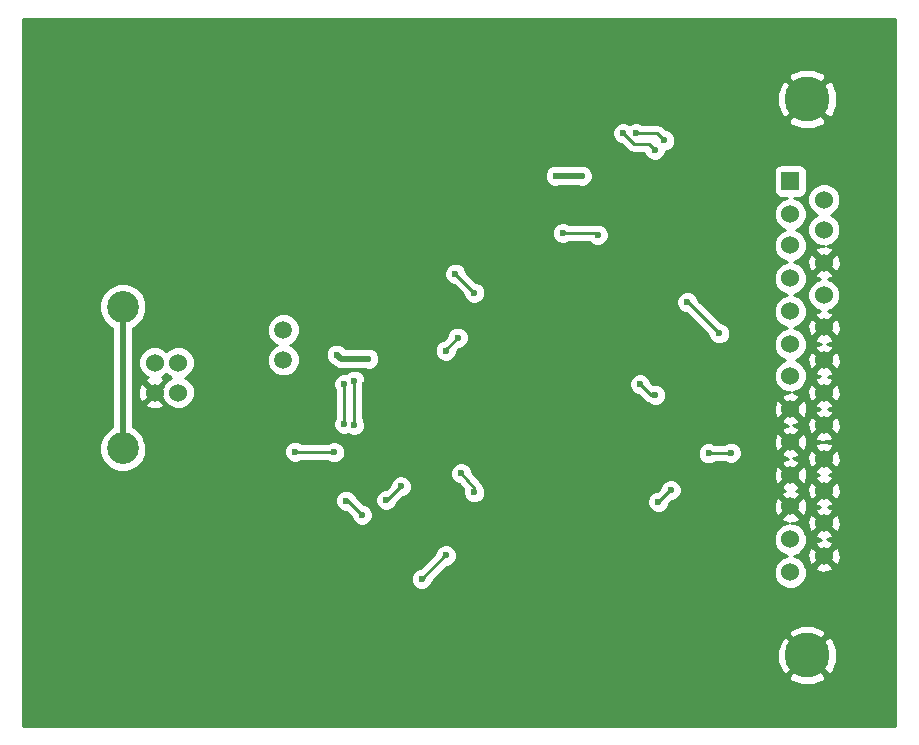
<source format=gbr>
G04 #@! TF.FileFunction,Copper,L2,Bot,Signal*
%FSLAX46Y46*%
G04 Gerber Fmt 4.6, Leading zero omitted, Abs format (unit mm)*
G04 Created by KiCad (PCBNEW 4.0.2-stable) date 2016-07-26 17:25.47*
%MOMM*%
G01*
G04 APERTURE LIST*
%ADD10C,0.100000*%
%ADD11C,1.506220*%
%ADD12C,1.524000*%
%ADD13C,2.700020*%
%ADD14C,3.810000*%
%ADD15R,1.524000X1.524000*%
%ADD16C,0.600000*%
%ADD17C,0.250000*%
%ADD18C,0.500000*%
%ADD19C,0.254000*%
G04 APERTURE END LIST*
D10*
D11*
X122650000Y-129470000D03*
X122650000Y-126930000D03*
D12*
X113750000Y-129710000D03*
X113750000Y-132250000D03*
X111751020Y-132250000D03*
X111751020Y-129710000D03*
D13*
X109051000Y-124980520D03*
X109051000Y-136979480D03*
D14*
X167000000Y-154500000D03*
X167000000Y-107400000D03*
D15*
X165580000Y-114340000D03*
D12*
X165580000Y-117134000D03*
X165580000Y-119801000D03*
X165580000Y-122595000D03*
X165580000Y-125389000D03*
X165580000Y-128183000D03*
X165580000Y-130850000D03*
X165580000Y-133644000D03*
X165580000Y-136438000D03*
X165580000Y-139232000D03*
X165580000Y-141899000D03*
X165580000Y-144693000D03*
X165580000Y-147487000D03*
X168420000Y-115914800D03*
X168420000Y-118454800D03*
X168420000Y-121248800D03*
X168420000Y-123992000D03*
X168420000Y-126735200D03*
X168420000Y-129529200D03*
X168420000Y-132272400D03*
X168420000Y-135015600D03*
X168420000Y-137860400D03*
X168420000Y-140552800D03*
X168420000Y-143296000D03*
X168420000Y-146090000D03*
D16*
X106600000Y-116950000D03*
X112500000Y-108150000D03*
X117100000Y-108800000D03*
X128250000Y-124650000D03*
X126700000Y-121550000D03*
X130900000Y-122050000D03*
X140500000Y-112250000D03*
X131000000Y-153000000D03*
X123700000Y-153050000D03*
X142300000Y-132800000D03*
X140950000Y-138300000D03*
X129600000Y-131600000D03*
X123700000Y-140550000D03*
X118050000Y-132700000D03*
X149900000Y-130300000D03*
X152700000Y-124850000D03*
X153800000Y-118500000D03*
X152850000Y-105050000D03*
X120050000Y-141250000D03*
X116550000Y-139500000D03*
X118650000Y-139300000D03*
X139050000Y-134150000D03*
X138450000Y-137200000D03*
X136650000Y-138000000D03*
X136350000Y-142900000D03*
X126400000Y-146250000D03*
X129050000Y-146700000D03*
X102350000Y-141900000D03*
X126650000Y-115100000D03*
X123700000Y-117100000D03*
X124900000Y-130300000D03*
X144100000Y-143750000D03*
X148950000Y-145400000D03*
X154050000Y-146500000D03*
X156550000Y-145850000D03*
X159500000Y-141700000D03*
X158350000Y-134300000D03*
X155600000Y-133150000D03*
X152950000Y-133000000D03*
X150350000Y-132750000D03*
X139250000Y-129100000D03*
X146300000Y-123450000D03*
X139000000Y-125600000D03*
X126750000Y-107850000D03*
X124850000Y-110000000D03*
X115600000Y-113050000D03*
X101650000Y-119300000D03*
X120900000Y-135000000D03*
X108100000Y-121100000D03*
X129850000Y-129400000D03*
X127150000Y-129050000D03*
X145700000Y-113900000D03*
X147900000Y-113900000D03*
X156850000Y-124600000D03*
X159550000Y-127250000D03*
X155450000Y-140500000D03*
X154400000Y-141500000D03*
X138800000Y-123800000D03*
X137200000Y-122200000D03*
X152850000Y-131550000D03*
X154150000Y-132450000D03*
X134350000Y-148050000D03*
X136400000Y-146050000D03*
X136400000Y-128700000D03*
X137400000Y-127600000D03*
X123650000Y-137250000D03*
X126950000Y-137300000D03*
X127950000Y-141400000D03*
X129300000Y-142600000D03*
X132600000Y-140200000D03*
X131350000Y-141350000D03*
X151400000Y-110300000D03*
X154100000Y-111700000D03*
X160550000Y-137350000D03*
X158650000Y-137400000D03*
X127800000Y-131550000D03*
X127800000Y-134900000D03*
X128650000Y-131250000D03*
X128650000Y-135000000D03*
X149250000Y-118900000D03*
X146300000Y-118750000D03*
X152500000Y-110300000D03*
X154900000Y-110900000D03*
X137700000Y-139100000D03*
X138800000Y-140700000D03*
D17*
X116550000Y-139500000D02*
X116550000Y-139450000D01*
X126400000Y-146250000D02*
X126350000Y-146250000D01*
X123700000Y-117100000D02*
X123550000Y-117250000D01*
D18*
X109051000Y-124980520D02*
X109051000Y-136979480D01*
X127500000Y-129400000D02*
X129850000Y-129400000D01*
X127150000Y-129050000D02*
X127500000Y-129400000D01*
X145700000Y-113900000D02*
X147900000Y-113900000D01*
D17*
X156900000Y-124600000D02*
X156850000Y-124600000D01*
X159550000Y-127250000D02*
X156900000Y-124600000D01*
X155400000Y-140500000D02*
X155450000Y-140500000D01*
X154400000Y-141500000D02*
X155400000Y-140500000D01*
X137200000Y-122200000D02*
X138800000Y-123800000D01*
X152850000Y-131550000D02*
X153750000Y-132450000D01*
X153750000Y-132450000D02*
X154150000Y-132450000D01*
X134350000Y-148050000D02*
X136350000Y-146050000D01*
X136350000Y-146050000D02*
X136400000Y-146050000D01*
X136400000Y-128600000D02*
X136400000Y-128700000D01*
X137400000Y-127600000D02*
X136400000Y-128600000D01*
X123650000Y-137250000D02*
X123700000Y-137300000D01*
X123700000Y-137300000D02*
X126950000Y-137300000D01*
X128100000Y-141400000D02*
X127950000Y-141400000D01*
X129300000Y-142600000D02*
X128100000Y-141400000D01*
X132600000Y-140200000D02*
X131450000Y-141350000D01*
X131450000Y-141350000D02*
X131350000Y-141350000D01*
X152300000Y-111200000D02*
X151400000Y-110300000D01*
X153600000Y-111200000D02*
X152300000Y-111200000D01*
X154100000Y-111700000D02*
X153600000Y-111200000D01*
X158700000Y-137350000D02*
X160550000Y-137350000D01*
X158650000Y-137400000D02*
X158700000Y-137350000D01*
X127800000Y-131550000D02*
X127800000Y-134900000D01*
X128650000Y-131250000D02*
X128600000Y-131300000D01*
X128600000Y-131300000D02*
X128650000Y-135000000D01*
X149250000Y-118900000D02*
X149100000Y-118750000D01*
X149100000Y-118750000D02*
X146300000Y-118750000D01*
X154300000Y-110300000D02*
X152500000Y-110300000D01*
X154900000Y-110900000D02*
X154300000Y-110300000D01*
X138800000Y-140300000D02*
X138800000Y-140700000D01*
X137700000Y-139100000D02*
X138800000Y-140300000D01*
D19*
G36*
X174473000Y-160464950D02*
X100635050Y-160464950D01*
X100635050Y-156306440D01*
X165373165Y-156306440D01*
X165582353Y-156667289D01*
X166519650Y-157044824D01*
X167530077Y-157034933D01*
X168417647Y-156667289D01*
X168626835Y-156306440D01*
X167000000Y-154679605D01*
X165373165Y-156306440D01*
X100635050Y-156306440D01*
X100635050Y-154019650D01*
X164455176Y-154019650D01*
X164465067Y-155030077D01*
X164832711Y-155917647D01*
X165193560Y-156126835D01*
X166820395Y-154500000D01*
X167179605Y-154500000D01*
X168806440Y-156126835D01*
X169167289Y-155917647D01*
X169544824Y-154980350D01*
X169534933Y-153969923D01*
X169167289Y-153082353D01*
X168806440Y-152873165D01*
X167179605Y-154500000D01*
X166820395Y-154500000D01*
X165193560Y-152873165D01*
X164832711Y-153082353D01*
X164455176Y-154019650D01*
X100635050Y-154019650D01*
X100635050Y-152693560D01*
X165373165Y-152693560D01*
X167000000Y-154320395D01*
X168626835Y-152693560D01*
X168417647Y-152332711D01*
X167480350Y-151955176D01*
X166469923Y-151965067D01*
X165582353Y-152332711D01*
X165373165Y-152693560D01*
X100635050Y-152693560D01*
X100635050Y-148235167D01*
X133414838Y-148235167D01*
X133556883Y-148578943D01*
X133819673Y-148842192D01*
X134163201Y-148984838D01*
X134535167Y-148985162D01*
X134878943Y-148843117D01*
X135142192Y-148580327D01*
X135284838Y-148236799D01*
X135284879Y-148189923D01*
X136489723Y-146985079D01*
X136585167Y-146985162D01*
X136928943Y-146843117D01*
X137192192Y-146580327D01*
X137334838Y-146236799D01*
X137335162Y-145864833D01*
X137193117Y-145521057D01*
X136930327Y-145257808D01*
X136586799Y-145115162D01*
X136214833Y-145114838D01*
X135871057Y-145256883D01*
X135607808Y-145519673D01*
X135467409Y-145857789D01*
X134210320Y-147114878D01*
X134164833Y-147114838D01*
X133821057Y-147256883D01*
X133557808Y-147519673D01*
X133415162Y-147863201D01*
X133414838Y-148235167D01*
X100635050Y-148235167D01*
X100635050Y-144969661D01*
X164182758Y-144969661D01*
X164394990Y-145483303D01*
X164787630Y-145876629D01*
X165300900Y-146089757D01*
X165303336Y-146089759D01*
X164789697Y-146301990D01*
X164396371Y-146694630D01*
X164183243Y-147207900D01*
X164182758Y-147763661D01*
X164394990Y-148277303D01*
X164787630Y-148670629D01*
X165300900Y-148883757D01*
X165856661Y-148884242D01*
X166370303Y-148672010D01*
X166763629Y-148279370D01*
X166976757Y-147766100D01*
X166977242Y-147210339D01*
X166919344Y-147070213D01*
X167619392Y-147070213D01*
X167688857Y-147312397D01*
X168212302Y-147499144D01*
X168767368Y-147471362D01*
X169151143Y-147312397D01*
X169220608Y-147070213D01*
X168420000Y-146269605D01*
X167619392Y-147070213D01*
X166919344Y-147070213D01*
X166765010Y-146696697D01*
X166372370Y-146303371D01*
X165859100Y-146090243D01*
X165856664Y-146090241D01*
X166359915Y-145882302D01*
X167010856Y-145882302D01*
X167038638Y-146437368D01*
X167197603Y-146821143D01*
X167439787Y-146890608D01*
X168240395Y-146090000D01*
X168599605Y-146090000D01*
X169400213Y-146890608D01*
X169642397Y-146821143D01*
X169829144Y-146297698D01*
X169801362Y-145742632D01*
X169642397Y-145358857D01*
X169400213Y-145289392D01*
X168599605Y-146090000D01*
X168240395Y-146090000D01*
X167439787Y-145289392D01*
X167197603Y-145358857D01*
X167010856Y-145882302D01*
X166359915Y-145882302D01*
X166370303Y-145878010D01*
X166763629Y-145485370D01*
X166976757Y-144972100D01*
X166977242Y-144416339D01*
X166919344Y-144276213D01*
X167619392Y-144276213D01*
X167688857Y-144518397D01*
X168203707Y-144702077D01*
X168072632Y-144708638D01*
X167688857Y-144867603D01*
X167619392Y-145109787D01*
X168420000Y-145910395D01*
X169220608Y-145109787D01*
X169151143Y-144867603D01*
X168636293Y-144683923D01*
X168767368Y-144677362D01*
X169151143Y-144518397D01*
X169220608Y-144276213D01*
X168420000Y-143475605D01*
X167619392Y-144276213D01*
X166919344Y-144276213D01*
X166765010Y-143902697D01*
X166372370Y-143509371D01*
X165859100Y-143296243D01*
X165614344Y-143296029D01*
X165927368Y-143280362D01*
X166311143Y-143121397D01*
X166320635Y-143088302D01*
X167010856Y-143088302D01*
X167038638Y-143643368D01*
X167197603Y-144027143D01*
X167439787Y-144096608D01*
X168240395Y-143296000D01*
X168599605Y-143296000D01*
X169400213Y-144096608D01*
X169642397Y-144027143D01*
X169829144Y-143503698D01*
X169801362Y-142948632D01*
X169642397Y-142564857D01*
X169400213Y-142495392D01*
X168599605Y-143296000D01*
X168240395Y-143296000D01*
X167439787Y-142495392D01*
X167197603Y-142564857D01*
X167010856Y-143088302D01*
X166320635Y-143088302D01*
X166380608Y-142879213D01*
X165580000Y-142078605D01*
X164779392Y-142879213D01*
X164848857Y-143121397D01*
X165337668Y-143295788D01*
X165303339Y-143295758D01*
X164789697Y-143507990D01*
X164396371Y-143900630D01*
X164183243Y-144413900D01*
X164182758Y-144969661D01*
X100635050Y-144969661D01*
X100635050Y-141585167D01*
X127014838Y-141585167D01*
X127156883Y-141928943D01*
X127419673Y-142192192D01*
X127763201Y-142334838D01*
X127960208Y-142335010D01*
X128364878Y-142739680D01*
X128364838Y-142785167D01*
X128506883Y-143128943D01*
X128769673Y-143392192D01*
X129113201Y-143534838D01*
X129485167Y-143535162D01*
X129828943Y-143393117D01*
X130092192Y-143130327D01*
X130234838Y-142786799D01*
X130235162Y-142414833D01*
X130093117Y-142071057D01*
X129830327Y-141807808D01*
X129486799Y-141665162D01*
X129439923Y-141665121D01*
X129309969Y-141535167D01*
X130414838Y-141535167D01*
X130556883Y-141878943D01*
X130819673Y-142142192D01*
X131163201Y-142284838D01*
X131535167Y-142285162D01*
X131878943Y-142143117D01*
X132142192Y-141880327D01*
X132223230Y-141685167D01*
X153464838Y-141685167D01*
X153606883Y-142028943D01*
X153869673Y-142292192D01*
X154213201Y-142434838D01*
X154585167Y-142435162D01*
X154928943Y-142293117D01*
X155192192Y-142030327D01*
X155332968Y-141691302D01*
X164170856Y-141691302D01*
X164198638Y-142246368D01*
X164357603Y-142630143D01*
X164599787Y-142699608D01*
X165400395Y-141899000D01*
X165759605Y-141899000D01*
X166560213Y-142699608D01*
X166802397Y-142630143D01*
X166989144Y-142106698D01*
X166961362Y-141551632D01*
X166953650Y-141533013D01*
X167619392Y-141533013D01*
X167688857Y-141775197D01*
X168078835Y-141914328D01*
X168072632Y-141914638D01*
X167688857Y-142073603D01*
X167619392Y-142315787D01*
X168420000Y-143116395D01*
X169220608Y-142315787D01*
X169151143Y-142073603D01*
X168761165Y-141934472D01*
X168767368Y-141934162D01*
X169151143Y-141775197D01*
X169220608Y-141533013D01*
X168420000Y-140732405D01*
X167619392Y-141533013D01*
X166953650Y-141533013D01*
X166802397Y-141167857D01*
X166560213Y-141098392D01*
X165759605Y-141899000D01*
X165400395Y-141899000D01*
X164599787Y-141098392D01*
X164357603Y-141167857D01*
X164170856Y-141691302D01*
X155332968Y-141691302D01*
X155334838Y-141686799D01*
X155334879Y-141639923D01*
X155539723Y-141435079D01*
X155635167Y-141435162D01*
X155978943Y-141293117D01*
X156242192Y-141030327D01*
X156384838Y-140686799D01*
X156385162Y-140314833D01*
X156342761Y-140212213D01*
X164779392Y-140212213D01*
X164848857Y-140454397D01*
X165137070Y-140557221D01*
X164848857Y-140676603D01*
X164779392Y-140918787D01*
X165580000Y-141719395D01*
X166380608Y-140918787D01*
X166311143Y-140676603D01*
X166022930Y-140573779D01*
X166311143Y-140454397D01*
X166342491Y-140345102D01*
X167010856Y-140345102D01*
X167038638Y-140900168D01*
X167197603Y-141283943D01*
X167439787Y-141353408D01*
X168240395Y-140552800D01*
X168599605Y-140552800D01*
X169400213Y-141353408D01*
X169642397Y-141283943D01*
X169829144Y-140760498D01*
X169801362Y-140205432D01*
X169642397Y-139821657D01*
X169400213Y-139752192D01*
X168599605Y-140552800D01*
X168240395Y-140552800D01*
X167439787Y-139752192D01*
X167197603Y-139821657D01*
X167010856Y-140345102D01*
X166342491Y-140345102D01*
X166380608Y-140212213D01*
X165580000Y-139411605D01*
X164779392Y-140212213D01*
X156342761Y-140212213D01*
X156243117Y-139971057D01*
X155980327Y-139707808D01*
X155636799Y-139565162D01*
X155264833Y-139564838D01*
X154921057Y-139706883D01*
X154657808Y-139969673D01*
X154517409Y-140307789D01*
X154260320Y-140564878D01*
X154214833Y-140564838D01*
X153871057Y-140706883D01*
X153607808Y-140969673D01*
X153465162Y-141313201D01*
X153464838Y-141685167D01*
X132223230Y-141685167D01*
X132247086Y-141627716D01*
X132739680Y-141135122D01*
X132785167Y-141135162D01*
X133128943Y-140993117D01*
X133392192Y-140730327D01*
X133534838Y-140386799D01*
X133535162Y-140014833D01*
X133393117Y-139671057D01*
X133130327Y-139407808D01*
X132834977Y-139285167D01*
X136764838Y-139285167D01*
X136906883Y-139628943D01*
X137169673Y-139892192D01*
X137513201Y-140034838D01*
X137525953Y-140034849D01*
X137896114Y-140438661D01*
X137865162Y-140513201D01*
X137864838Y-140885167D01*
X138006883Y-141228943D01*
X138269673Y-141492192D01*
X138613201Y-141634838D01*
X138985167Y-141635162D01*
X139328943Y-141493117D01*
X139592192Y-141230327D01*
X139734838Y-140886799D01*
X139735162Y-140514833D01*
X139593117Y-140171057D01*
X139523592Y-140101410D01*
X139514118Y-140039934D01*
X139505419Y-140025604D01*
X139502148Y-140009161D01*
X139428775Y-139899350D01*
X139360237Y-139786449D01*
X138661603Y-139024302D01*
X164170856Y-139024302D01*
X164198638Y-139579368D01*
X164357603Y-139963143D01*
X164599787Y-140032608D01*
X165400395Y-139232000D01*
X165759605Y-139232000D01*
X166560213Y-140032608D01*
X166802397Y-139963143D01*
X166989144Y-139439698D01*
X166961362Y-138884632D01*
X166943129Y-138840613D01*
X167619392Y-138840613D01*
X167688857Y-139082797D01*
X168010015Y-139197375D01*
X167688857Y-139330403D01*
X167619392Y-139572587D01*
X168420000Y-140373195D01*
X169220608Y-139572587D01*
X169151143Y-139330403D01*
X168829985Y-139215825D01*
X169151143Y-139082797D01*
X169220608Y-138840613D01*
X168420000Y-138040005D01*
X167619392Y-138840613D01*
X166943129Y-138840613D01*
X166802397Y-138500857D01*
X166560213Y-138431392D01*
X165759605Y-139232000D01*
X165400395Y-139232000D01*
X164599787Y-138431392D01*
X164357603Y-138500857D01*
X164170856Y-139024302D01*
X138661603Y-139024302D01*
X138635092Y-138995382D01*
X138635162Y-138914833D01*
X138493117Y-138571057D01*
X138230327Y-138307808D01*
X137886799Y-138165162D01*
X137514833Y-138164838D01*
X137171057Y-138306883D01*
X136907808Y-138569673D01*
X136765162Y-138913201D01*
X136764838Y-139285167D01*
X132834977Y-139285167D01*
X132786799Y-139265162D01*
X132414833Y-139264838D01*
X132071057Y-139406883D01*
X131807808Y-139669673D01*
X131665162Y-140013201D01*
X131665121Y-140060077D01*
X131310233Y-140414965D01*
X131164833Y-140414838D01*
X130821057Y-140556883D01*
X130557808Y-140819673D01*
X130415162Y-141163201D01*
X130414838Y-141535167D01*
X129309969Y-141535167D01*
X128811599Y-141036797D01*
X128743117Y-140871057D01*
X128480327Y-140607808D01*
X128136799Y-140465162D01*
X127764833Y-140464838D01*
X127421057Y-140606883D01*
X127157808Y-140869673D01*
X127015162Y-141213201D01*
X127014838Y-141585167D01*
X100635050Y-141585167D01*
X100635050Y-125373631D01*
X107065646Y-125373631D01*
X107367209Y-126103469D01*
X107925114Y-126662349D01*
X108166000Y-126762373D01*
X108166000Y-135197370D01*
X107928051Y-135295689D01*
X107369171Y-135853594D01*
X107066335Y-136582905D01*
X107065646Y-137372591D01*
X107367209Y-138102429D01*
X107925114Y-138661309D01*
X108654425Y-138964145D01*
X109444111Y-138964834D01*
X110173949Y-138663271D01*
X110732829Y-138105366D01*
X111011119Y-137435167D01*
X122714838Y-137435167D01*
X122856883Y-137778943D01*
X123119673Y-138042192D01*
X123463201Y-138184838D01*
X123835167Y-138185162D01*
X124138083Y-138060000D01*
X126387537Y-138060000D01*
X126419673Y-138092192D01*
X126763201Y-138234838D01*
X127135167Y-138235162D01*
X127478943Y-138093117D01*
X127742192Y-137830327D01*
X127843991Y-137585167D01*
X157714838Y-137585167D01*
X157856883Y-137928943D01*
X158119673Y-138192192D01*
X158463201Y-138334838D01*
X158835167Y-138335162D01*
X159178943Y-138193117D01*
X159262205Y-138110000D01*
X159987537Y-138110000D01*
X160019673Y-138142192D01*
X160363201Y-138284838D01*
X160735167Y-138285162D01*
X161078943Y-138143117D01*
X161342192Y-137880327D01*
X161484838Y-137536799D01*
X161484941Y-137418213D01*
X164779392Y-137418213D01*
X164848857Y-137660397D01*
X165363707Y-137844077D01*
X165232632Y-137850638D01*
X164848857Y-138009603D01*
X164779392Y-138251787D01*
X165580000Y-139052395D01*
X166380608Y-138251787D01*
X166311143Y-138009603D01*
X165796293Y-137825923D01*
X165927368Y-137819362D01*
X166311143Y-137660397D01*
X166313350Y-137652702D01*
X167010856Y-137652702D01*
X167038638Y-138207768D01*
X167197603Y-138591543D01*
X167439787Y-138661008D01*
X168240395Y-137860400D01*
X168599605Y-137860400D01*
X169400213Y-138661008D01*
X169642397Y-138591543D01*
X169829144Y-138068098D01*
X169801362Y-137513032D01*
X169642397Y-137129257D01*
X169400213Y-137059792D01*
X168599605Y-137860400D01*
X168240395Y-137860400D01*
X167439787Y-137059792D01*
X167197603Y-137129257D01*
X167010856Y-137652702D01*
X166313350Y-137652702D01*
X166380608Y-137418213D01*
X165580000Y-136617605D01*
X164779392Y-137418213D01*
X161484941Y-137418213D01*
X161485162Y-137164833D01*
X161343117Y-136821057D01*
X161080327Y-136557808D01*
X160736799Y-136415162D01*
X160364833Y-136414838D01*
X160021057Y-136556883D01*
X159987882Y-136590000D01*
X159137441Y-136590000D01*
X158836799Y-136465162D01*
X158464833Y-136464838D01*
X158121057Y-136606883D01*
X157857808Y-136869673D01*
X157715162Y-137213201D01*
X157714838Y-137585167D01*
X127843991Y-137585167D01*
X127884838Y-137486799D01*
X127885162Y-137114833D01*
X127743117Y-136771057D01*
X127480327Y-136507808D01*
X127136799Y-136365162D01*
X126764833Y-136364838D01*
X126421057Y-136506883D01*
X126387882Y-136540000D01*
X124262376Y-136540000D01*
X124180327Y-136457808D01*
X123836799Y-136315162D01*
X123464833Y-136314838D01*
X123121057Y-136456883D01*
X122857808Y-136719673D01*
X122715162Y-137063201D01*
X122714838Y-137435167D01*
X111011119Y-137435167D01*
X111035665Y-137376055D01*
X111036354Y-136586369D01*
X110889231Y-136230302D01*
X164170856Y-136230302D01*
X164198638Y-136785368D01*
X164357603Y-137169143D01*
X164599787Y-137238608D01*
X165400395Y-136438000D01*
X165759605Y-136438000D01*
X166560213Y-137238608D01*
X166802397Y-137169143D01*
X166905486Y-136880187D01*
X167619392Y-136880187D01*
X168420000Y-137680795D01*
X169220608Y-136880187D01*
X169151143Y-136638003D01*
X168627698Y-136451256D01*
X168072632Y-136479038D01*
X167688857Y-136638003D01*
X167619392Y-136880187D01*
X166905486Y-136880187D01*
X166989144Y-136645698D01*
X166961362Y-136090632D01*
X166922087Y-135995813D01*
X167619392Y-135995813D01*
X167688857Y-136237997D01*
X168212302Y-136424744D01*
X168767368Y-136396962D01*
X169151143Y-136237997D01*
X169220608Y-135995813D01*
X168420000Y-135195205D01*
X167619392Y-135995813D01*
X166922087Y-135995813D01*
X166802397Y-135706857D01*
X166560213Y-135637392D01*
X165759605Y-136438000D01*
X165400395Y-136438000D01*
X164599787Y-135637392D01*
X164357603Y-135706857D01*
X164170856Y-136230302D01*
X110889231Y-136230302D01*
X110734791Y-135856531D01*
X110176886Y-135297651D01*
X109936000Y-135197627D01*
X109936000Y-133230213D01*
X110950412Y-133230213D01*
X111019877Y-133472397D01*
X111543322Y-133659144D01*
X112098388Y-133631362D01*
X112482163Y-133472397D01*
X112551628Y-133230213D01*
X111751020Y-132429605D01*
X110950412Y-133230213D01*
X109936000Y-133230213D01*
X109936000Y-132042302D01*
X110341876Y-132042302D01*
X110369658Y-132597368D01*
X110528623Y-132981143D01*
X110770807Y-133050608D01*
X111571415Y-132250000D01*
X110770807Y-131449392D01*
X110528623Y-131518857D01*
X110341876Y-132042302D01*
X109936000Y-132042302D01*
X109936000Y-129986661D01*
X110353778Y-129986661D01*
X110566010Y-130500303D01*
X110958650Y-130893629D01*
X111150747Y-130973395D01*
X111019877Y-131027603D01*
X110950412Y-131269787D01*
X111751020Y-132070395D01*
X112551628Y-131269787D01*
X112482163Y-131027603D01*
X112341702Y-130977491D01*
X112541323Y-130895010D01*
X112750530Y-130686168D01*
X112957630Y-130893629D01*
X113165512Y-130979949D01*
X112959697Y-131064990D01*
X112566371Y-131457630D01*
X112455154Y-131725471D01*
X111930625Y-132250000D01*
X112455189Y-132774564D01*
X112564990Y-133040303D01*
X112957630Y-133433629D01*
X113470900Y-133646757D01*
X114026661Y-133647242D01*
X114540303Y-133435010D01*
X114933629Y-133042370D01*
X115146757Y-132529100D01*
X115147242Y-131973339D01*
X115048832Y-131735167D01*
X126864838Y-131735167D01*
X127006883Y-132078943D01*
X127040000Y-132112118D01*
X127040000Y-134337537D01*
X127007808Y-134369673D01*
X126865162Y-134713201D01*
X126864838Y-135085167D01*
X127006883Y-135428943D01*
X127269673Y-135692192D01*
X127613201Y-135834838D01*
X127985167Y-135835162D01*
X128110763Y-135783267D01*
X128119673Y-135792192D01*
X128463201Y-135934838D01*
X128835167Y-135935162D01*
X129178943Y-135793117D01*
X129442192Y-135530327D01*
X129584838Y-135186799D01*
X129585162Y-134814833D01*
X129506400Y-134624213D01*
X164779392Y-134624213D01*
X164848857Y-134866397D01*
X165363707Y-135050077D01*
X165232632Y-135056638D01*
X164848857Y-135215603D01*
X164779392Y-135457787D01*
X165580000Y-136258395D01*
X166380608Y-135457787D01*
X166311143Y-135215603D01*
X165796293Y-135031923D01*
X165927368Y-135025362D01*
X166311143Y-134866397D01*
X166327920Y-134807902D01*
X167010856Y-134807902D01*
X167038638Y-135362968D01*
X167197603Y-135746743D01*
X167439787Y-135816208D01*
X168240395Y-135015600D01*
X168599605Y-135015600D01*
X169400213Y-135816208D01*
X169642397Y-135746743D01*
X169829144Y-135223298D01*
X169801362Y-134668232D01*
X169642397Y-134284457D01*
X169400213Y-134214992D01*
X168599605Y-135015600D01*
X168240395Y-135015600D01*
X167439787Y-134214992D01*
X167197603Y-134284457D01*
X167010856Y-134807902D01*
X166327920Y-134807902D01*
X166380608Y-134624213D01*
X165580000Y-133823605D01*
X164779392Y-134624213D01*
X129506400Y-134624213D01*
X129443117Y-134471057D01*
X129402370Y-134430239D01*
X129388939Y-133436302D01*
X164170856Y-133436302D01*
X164198638Y-133991368D01*
X164357603Y-134375143D01*
X164599787Y-134444608D01*
X165400395Y-133644000D01*
X165759605Y-133644000D01*
X166560213Y-134444608D01*
X166802397Y-134375143D01*
X166989144Y-133851698D01*
X166961362Y-133296632D01*
X166943129Y-133252613D01*
X167619392Y-133252613D01*
X167688857Y-133494797D01*
X168078835Y-133633928D01*
X168072632Y-133634238D01*
X167688857Y-133793203D01*
X167619392Y-134035387D01*
X168420000Y-134835995D01*
X169220608Y-134035387D01*
X169151143Y-133793203D01*
X168761165Y-133654072D01*
X168767368Y-133653762D01*
X169151143Y-133494797D01*
X169220608Y-133252613D01*
X168420000Y-132452005D01*
X167619392Y-133252613D01*
X166943129Y-133252613D01*
X166802397Y-132912857D01*
X166560213Y-132843392D01*
X165759605Y-133644000D01*
X165400395Y-133644000D01*
X164599787Y-132843392D01*
X164357603Y-132912857D01*
X164170856Y-133436302D01*
X129388939Y-133436302D01*
X129367567Y-131854822D01*
X129442192Y-131780327D01*
X129460944Y-131735167D01*
X151914838Y-131735167D01*
X152056883Y-132078943D01*
X152319673Y-132342192D01*
X152663201Y-132484838D01*
X152710077Y-132484879D01*
X153212599Y-132987401D01*
X153459160Y-133152148D01*
X153547285Y-133169677D01*
X153619673Y-133242192D01*
X153963201Y-133384838D01*
X154335167Y-133385162D01*
X154678943Y-133243117D01*
X154942192Y-132980327D01*
X155084838Y-132636799D01*
X155085162Y-132264833D01*
X154943117Y-131921057D01*
X154680327Y-131657808D01*
X154336799Y-131515162D01*
X153964833Y-131514838D01*
X153911625Y-131536823D01*
X153785122Y-131410320D01*
X153785162Y-131364833D01*
X153643117Y-131021057D01*
X153380327Y-130757808D01*
X153036799Y-130615162D01*
X152664833Y-130614838D01*
X152321057Y-130756883D01*
X152057808Y-131019673D01*
X151915162Y-131363201D01*
X151914838Y-131735167D01*
X129460944Y-131735167D01*
X129584838Y-131436799D01*
X129585162Y-131064833D01*
X129443117Y-130721057D01*
X129180327Y-130457808D01*
X128836799Y-130315162D01*
X128464833Y-130314838D01*
X128121057Y-130456883D01*
X127962523Y-130615141D01*
X127614833Y-130614838D01*
X127271057Y-130756883D01*
X127007808Y-131019673D01*
X126865162Y-131363201D01*
X126864838Y-131735167D01*
X115048832Y-131735167D01*
X114935010Y-131459697D01*
X114542370Y-131066371D01*
X114334488Y-130980051D01*
X114540303Y-130895010D01*
X114933629Y-130502370D01*
X115146757Y-129989100D01*
X115147242Y-129433339D01*
X114935010Y-128919697D01*
X114542370Y-128526371D01*
X114029100Y-128313243D01*
X113473339Y-128312758D01*
X112959697Y-128524990D01*
X112750490Y-128733832D01*
X112543390Y-128526371D01*
X112030120Y-128313243D01*
X111474359Y-128312758D01*
X110960717Y-128524990D01*
X110567391Y-128917630D01*
X110354263Y-129430900D01*
X110353778Y-129986661D01*
X109936000Y-129986661D01*
X109936000Y-127204901D01*
X121261649Y-127204901D01*
X121472531Y-127715274D01*
X121862672Y-128106096D01*
X122088743Y-128199969D01*
X121864726Y-128292531D01*
X121473904Y-128682672D01*
X121262131Y-129192676D01*
X121261649Y-129744901D01*
X121472531Y-130255274D01*
X121862672Y-130646096D01*
X122372676Y-130857869D01*
X122924901Y-130858351D01*
X123435274Y-130647469D01*
X123826096Y-130257328D01*
X124037869Y-129747324D01*
X124038316Y-129235167D01*
X126214838Y-129235167D01*
X126356883Y-129578943D01*
X126619673Y-129842192D01*
X126740987Y-129892566D01*
X126874208Y-130025787D01*
X126874210Y-130025790D01*
X127161325Y-130217633D01*
X127217516Y-130228810D01*
X127500000Y-130285001D01*
X127500005Y-130285000D01*
X129543178Y-130285000D01*
X129663201Y-130334838D01*
X130035167Y-130335162D01*
X130378943Y-130193117D01*
X130642192Y-129930327D01*
X130784838Y-129586799D01*
X130785162Y-129214833D01*
X130648948Y-128885167D01*
X135464838Y-128885167D01*
X135606883Y-129228943D01*
X135869673Y-129492192D01*
X136213201Y-129634838D01*
X136585167Y-129635162D01*
X136928943Y-129493117D01*
X137192192Y-129230327D01*
X137334838Y-128886799D01*
X137334966Y-128739836D01*
X137539680Y-128535122D01*
X137585167Y-128535162D01*
X137928943Y-128393117D01*
X138192192Y-128130327D01*
X138334838Y-127786799D01*
X138335162Y-127414833D01*
X138193117Y-127071057D01*
X137930327Y-126807808D01*
X137586799Y-126665162D01*
X137214833Y-126664838D01*
X136871057Y-126806883D01*
X136607808Y-127069673D01*
X136465162Y-127413201D01*
X136465121Y-127460077D01*
X136122004Y-127803194D01*
X135871057Y-127906883D01*
X135607808Y-128169673D01*
X135465162Y-128513201D01*
X135464838Y-128885167D01*
X130648948Y-128885167D01*
X130643117Y-128871057D01*
X130380327Y-128607808D01*
X130036799Y-128465162D01*
X129664833Y-128464838D01*
X129543431Y-128515000D01*
X127937071Y-128515000D01*
X127680327Y-128257808D01*
X127336799Y-128115162D01*
X126964833Y-128114838D01*
X126621057Y-128256883D01*
X126357808Y-128519673D01*
X126215162Y-128863201D01*
X126214838Y-129235167D01*
X124038316Y-129235167D01*
X124038351Y-129195099D01*
X123827469Y-128684726D01*
X123437328Y-128293904D01*
X123211257Y-128200031D01*
X123435274Y-128107469D01*
X123826096Y-127717328D01*
X124037869Y-127207324D01*
X124038351Y-126655099D01*
X123827469Y-126144726D01*
X123437328Y-125753904D01*
X122927324Y-125542131D01*
X122375099Y-125541649D01*
X121864726Y-125752531D01*
X121473904Y-126142672D01*
X121262131Y-126652676D01*
X121261649Y-127204901D01*
X109936000Y-127204901D01*
X109936000Y-126762630D01*
X110173949Y-126664311D01*
X110732829Y-126106406D01*
X111035665Y-125377095D01*
X111036181Y-124785167D01*
X155914838Y-124785167D01*
X156056883Y-125128943D01*
X156319673Y-125392192D01*
X156663201Y-125534838D01*
X156760120Y-125534922D01*
X158614878Y-127389680D01*
X158614838Y-127435167D01*
X158756883Y-127778943D01*
X159019673Y-128042192D01*
X159363201Y-128184838D01*
X159735167Y-128185162D01*
X160078943Y-128043117D01*
X160342192Y-127780327D01*
X160484838Y-127436799D01*
X160485162Y-127064833D01*
X160343117Y-126721057D01*
X160080327Y-126457808D01*
X159736799Y-126315162D01*
X159689923Y-126315121D01*
X157782012Y-124407210D01*
X157643117Y-124071057D01*
X157380327Y-123807808D01*
X157036799Y-123665162D01*
X156664833Y-123664838D01*
X156321057Y-123806883D01*
X156057808Y-124069673D01*
X155915162Y-124413201D01*
X155914838Y-124785167D01*
X111036181Y-124785167D01*
X111036354Y-124587409D01*
X110734791Y-123857571D01*
X110176886Y-123298691D01*
X109447575Y-122995855D01*
X108657889Y-122995166D01*
X107928051Y-123296729D01*
X107369171Y-123854634D01*
X107066335Y-124583945D01*
X107065646Y-125373631D01*
X100635050Y-125373631D01*
X100635050Y-122385167D01*
X136264838Y-122385167D01*
X136406883Y-122728943D01*
X136669673Y-122992192D01*
X137013201Y-123134838D01*
X137060077Y-123134879D01*
X137864878Y-123939680D01*
X137864838Y-123985167D01*
X138006883Y-124328943D01*
X138269673Y-124592192D01*
X138613201Y-124734838D01*
X138985167Y-124735162D01*
X139328943Y-124593117D01*
X139592192Y-124330327D01*
X139734838Y-123986799D01*
X139735162Y-123614833D01*
X139593117Y-123271057D01*
X139330327Y-123007808D01*
X138986799Y-122865162D01*
X138939923Y-122865121D01*
X138135122Y-122060320D01*
X138135162Y-122014833D01*
X137993117Y-121671057D01*
X137730327Y-121407808D01*
X137386799Y-121265162D01*
X137014833Y-121264838D01*
X136671057Y-121406883D01*
X136407808Y-121669673D01*
X136265162Y-122013201D01*
X136264838Y-122385167D01*
X100635050Y-122385167D01*
X100635050Y-118935167D01*
X145364838Y-118935167D01*
X145506883Y-119278943D01*
X145769673Y-119542192D01*
X146113201Y-119684838D01*
X146485167Y-119685162D01*
X146828943Y-119543117D01*
X146862118Y-119510000D01*
X148537799Y-119510000D01*
X148719673Y-119692192D01*
X149063201Y-119834838D01*
X149435167Y-119835162D01*
X149778943Y-119693117D01*
X150042192Y-119430327D01*
X150184838Y-119086799D01*
X150185162Y-118714833D01*
X150043117Y-118371057D01*
X149780327Y-118107808D01*
X149436799Y-117965162D01*
X149064833Y-117964838D01*
X149003936Y-117990000D01*
X146862463Y-117990000D01*
X146830327Y-117957808D01*
X146486799Y-117815162D01*
X146114833Y-117814838D01*
X145771057Y-117956883D01*
X145507808Y-118219673D01*
X145365162Y-118563201D01*
X145364838Y-118935167D01*
X100635050Y-118935167D01*
X100635050Y-114085167D01*
X144764838Y-114085167D01*
X144906883Y-114428943D01*
X145169673Y-114692192D01*
X145513201Y-114834838D01*
X145885167Y-114835162D01*
X146006569Y-114785000D01*
X147593178Y-114785000D01*
X147713201Y-114834838D01*
X148085167Y-114835162D01*
X148428943Y-114693117D01*
X148692192Y-114430327D01*
X148834838Y-114086799D01*
X148835162Y-113714833D01*
X148778624Y-113578000D01*
X164170560Y-113578000D01*
X164170560Y-115102000D01*
X164214838Y-115337317D01*
X164353910Y-115553441D01*
X164566110Y-115698431D01*
X164818000Y-115749440D01*
X165272646Y-115749440D01*
X164789697Y-115948990D01*
X164396371Y-116341630D01*
X164183243Y-116854900D01*
X164182758Y-117410661D01*
X164394990Y-117924303D01*
X164787630Y-118317629D01*
X165148815Y-118467606D01*
X164789697Y-118615990D01*
X164396371Y-119008630D01*
X164183243Y-119521900D01*
X164182758Y-120077661D01*
X164394990Y-120591303D01*
X164787630Y-120984629D01*
X165300900Y-121197757D01*
X165303336Y-121197759D01*
X164789697Y-121409990D01*
X164396371Y-121802630D01*
X164183243Y-122315900D01*
X164182758Y-122871661D01*
X164394990Y-123385303D01*
X164787630Y-123778629D01*
X165300900Y-123991757D01*
X165303336Y-123991759D01*
X164789697Y-124203990D01*
X164396371Y-124596630D01*
X164183243Y-125109900D01*
X164182758Y-125665661D01*
X164394990Y-126179303D01*
X164787630Y-126572629D01*
X165300900Y-126785757D01*
X165303336Y-126785759D01*
X164789697Y-126997990D01*
X164396371Y-127390630D01*
X164183243Y-127903900D01*
X164182758Y-128459661D01*
X164394990Y-128973303D01*
X164787630Y-129366629D01*
X165148815Y-129516606D01*
X164789697Y-129664990D01*
X164396371Y-130057630D01*
X164183243Y-130570900D01*
X164182758Y-131126661D01*
X164394990Y-131640303D01*
X164787630Y-132033629D01*
X165300900Y-132246757D01*
X165545656Y-132246971D01*
X165232632Y-132262638D01*
X164848857Y-132421603D01*
X164779392Y-132663787D01*
X165580000Y-133464395D01*
X166380608Y-132663787D01*
X166311143Y-132421603D01*
X165822332Y-132247212D01*
X165856661Y-132247242D01*
X166298442Y-132064702D01*
X167010856Y-132064702D01*
X167038638Y-132619768D01*
X167197603Y-133003543D01*
X167439787Y-133073008D01*
X168240395Y-132272400D01*
X168599605Y-132272400D01*
X169400213Y-133073008D01*
X169642397Y-133003543D01*
X169829144Y-132480098D01*
X169801362Y-131925032D01*
X169642397Y-131541257D01*
X169400213Y-131471792D01*
X168599605Y-132272400D01*
X168240395Y-132272400D01*
X167439787Y-131471792D01*
X167197603Y-131541257D01*
X167010856Y-132064702D01*
X166298442Y-132064702D01*
X166370303Y-132035010D01*
X166763629Y-131642370D01*
X166976757Y-131129100D01*
X166977242Y-130573339D01*
X166950829Y-130509413D01*
X167619392Y-130509413D01*
X167688857Y-130751597D01*
X168078835Y-130890728D01*
X168072632Y-130891038D01*
X167688857Y-131050003D01*
X167619392Y-131292187D01*
X168420000Y-132092795D01*
X169220608Y-131292187D01*
X169151143Y-131050003D01*
X168761165Y-130910872D01*
X168767368Y-130910562D01*
X169151143Y-130751597D01*
X169220608Y-130509413D01*
X168420000Y-129708805D01*
X167619392Y-130509413D01*
X166950829Y-130509413D01*
X166765010Y-130059697D01*
X166372370Y-129666371D01*
X166011185Y-129516394D01*
X166370303Y-129368010D01*
X166416892Y-129321502D01*
X167010856Y-129321502D01*
X167038638Y-129876568D01*
X167197603Y-130260343D01*
X167439787Y-130329808D01*
X168240395Y-129529200D01*
X168599605Y-129529200D01*
X169400213Y-130329808D01*
X169642397Y-130260343D01*
X169829144Y-129736898D01*
X169801362Y-129181832D01*
X169642397Y-128798057D01*
X169400213Y-128728592D01*
X168599605Y-129529200D01*
X168240395Y-129529200D01*
X167439787Y-128728592D01*
X167197603Y-128798057D01*
X167010856Y-129321502D01*
X166416892Y-129321502D01*
X166763629Y-128975370D01*
X166976757Y-128462100D01*
X166977242Y-127906339D01*
X166898354Y-127715413D01*
X167619392Y-127715413D01*
X167688857Y-127957597D01*
X168203707Y-128141277D01*
X168072632Y-128147838D01*
X167688857Y-128306803D01*
X167619392Y-128548987D01*
X168420000Y-129349595D01*
X169220608Y-128548987D01*
X169151143Y-128306803D01*
X168636293Y-128123123D01*
X168767368Y-128116562D01*
X169151143Y-127957597D01*
X169220608Y-127715413D01*
X168420000Y-126914805D01*
X167619392Y-127715413D01*
X166898354Y-127715413D01*
X166765010Y-127392697D01*
X166372370Y-126999371D01*
X165859100Y-126786243D01*
X165856664Y-126786241D01*
X166370303Y-126574010D01*
X166416892Y-126527502D01*
X167010856Y-126527502D01*
X167038638Y-127082568D01*
X167197603Y-127466343D01*
X167439787Y-127535808D01*
X168240395Y-126735200D01*
X168599605Y-126735200D01*
X169400213Y-127535808D01*
X169642397Y-127466343D01*
X169829144Y-126942898D01*
X169801362Y-126387832D01*
X169642397Y-126004057D01*
X169400213Y-125934592D01*
X168599605Y-126735200D01*
X168240395Y-126735200D01*
X167439787Y-125934592D01*
X167197603Y-126004057D01*
X167010856Y-126527502D01*
X166416892Y-126527502D01*
X166763629Y-126181370D01*
X166976757Y-125668100D01*
X166977242Y-125112339D01*
X166765010Y-124598697D01*
X166435550Y-124268661D01*
X167022758Y-124268661D01*
X167234990Y-124782303D01*
X167627630Y-125175629D01*
X168064709Y-125357120D01*
X167688857Y-125512803D01*
X167619392Y-125754987D01*
X168420000Y-126555595D01*
X169220608Y-125754987D01*
X169151143Y-125512803D01*
X168746771Y-125368537D01*
X169210303Y-125177010D01*
X169603629Y-124784370D01*
X169816757Y-124271100D01*
X169817242Y-123715339D01*
X169605010Y-123201697D01*
X169212370Y-122808371D01*
X168775291Y-122626880D01*
X169151143Y-122471197D01*
X169220608Y-122229013D01*
X168420000Y-121428405D01*
X167619392Y-122229013D01*
X167688857Y-122471197D01*
X168093229Y-122615463D01*
X167629697Y-122806990D01*
X167236371Y-123199630D01*
X167023243Y-123712900D01*
X167022758Y-124268661D01*
X166435550Y-124268661D01*
X166372370Y-124205371D01*
X165859100Y-123992243D01*
X165856664Y-123992241D01*
X166370303Y-123780010D01*
X166763629Y-123387370D01*
X166976757Y-122874100D01*
X166977242Y-122318339D01*
X166765010Y-121804697D01*
X166372370Y-121411371D01*
X165859100Y-121198243D01*
X165856664Y-121198241D01*
X166236969Y-121041102D01*
X167010856Y-121041102D01*
X167038638Y-121596168D01*
X167197603Y-121979943D01*
X167439787Y-122049408D01*
X168240395Y-121248800D01*
X168599605Y-121248800D01*
X169400213Y-122049408D01*
X169642397Y-121979943D01*
X169829144Y-121456498D01*
X169801362Y-120901432D01*
X169642397Y-120517657D01*
X169400213Y-120448192D01*
X168599605Y-121248800D01*
X168240395Y-121248800D01*
X167439787Y-120448192D01*
X167197603Y-120517657D01*
X167010856Y-121041102D01*
X166236969Y-121041102D01*
X166370303Y-120986010D01*
X166763629Y-120593370D01*
X166976757Y-120080100D01*
X166977242Y-119524339D01*
X166765010Y-119010697D01*
X166372370Y-118617371D01*
X166011185Y-118467394D01*
X166370303Y-118319010D01*
X166763629Y-117926370D01*
X166976757Y-117413100D01*
X166977242Y-116857339D01*
X166765010Y-116343697D01*
X166613040Y-116191461D01*
X167022758Y-116191461D01*
X167234990Y-116705103D01*
X167627630Y-117098429D01*
X167835512Y-117184749D01*
X167629697Y-117269790D01*
X167236371Y-117662430D01*
X167023243Y-118175700D01*
X167022758Y-118731461D01*
X167234990Y-119245103D01*
X167627630Y-119638429D01*
X168140900Y-119851557D01*
X168385656Y-119851771D01*
X168072632Y-119867438D01*
X167688857Y-120026403D01*
X167619392Y-120268587D01*
X168420000Y-121069195D01*
X169220608Y-120268587D01*
X169151143Y-120026403D01*
X168662332Y-119852012D01*
X168696661Y-119852042D01*
X169210303Y-119639810D01*
X169603629Y-119247170D01*
X169816757Y-118733900D01*
X169817242Y-118178139D01*
X169605010Y-117664497D01*
X169212370Y-117271171D01*
X169004488Y-117184851D01*
X169210303Y-117099810D01*
X169603629Y-116707170D01*
X169816757Y-116193900D01*
X169817242Y-115638139D01*
X169605010Y-115124497D01*
X169212370Y-114731171D01*
X168699100Y-114518043D01*
X168143339Y-114517558D01*
X167629697Y-114729790D01*
X167236371Y-115122430D01*
X167023243Y-115635700D01*
X167022758Y-116191461D01*
X166613040Y-116191461D01*
X166372370Y-115950371D01*
X165888474Y-115749440D01*
X166342000Y-115749440D01*
X166577317Y-115705162D01*
X166793441Y-115566090D01*
X166938431Y-115353890D01*
X166989440Y-115102000D01*
X166989440Y-113578000D01*
X166945162Y-113342683D01*
X166806090Y-113126559D01*
X166593890Y-112981569D01*
X166342000Y-112930560D01*
X164818000Y-112930560D01*
X164582683Y-112974838D01*
X164366559Y-113113910D01*
X164221569Y-113326110D01*
X164170560Y-113578000D01*
X148778624Y-113578000D01*
X148693117Y-113371057D01*
X148430327Y-113107808D01*
X148086799Y-112965162D01*
X147714833Y-112964838D01*
X147593431Y-113015000D01*
X146006822Y-113015000D01*
X145886799Y-112965162D01*
X145514833Y-112964838D01*
X145171057Y-113106883D01*
X144907808Y-113369673D01*
X144765162Y-113713201D01*
X144764838Y-114085167D01*
X100635050Y-114085167D01*
X100635050Y-110485167D01*
X150464838Y-110485167D01*
X150606883Y-110828943D01*
X150869673Y-111092192D01*
X151213201Y-111234838D01*
X151260077Y-111234879D01*
X151762599Y-111737401D01*
X152009160Y-111902148D01*
X152300000Y-111960000D01*
X153195758Y-111960000D01*
X153306883Y-112228943D01*
X153569673Y-112492192D01*
X153913201Y-112634838D01*
X154285167Y-112635162D01*
X154628943Y-112493117D01*
X154892192Y-112230327D01*
X155034838Y-111886799D01*
X155034883Y-111835118D01*
X155085167Y-111835162D01*
X155428943Y-111693117D01*
X155692192Y-111430327D01*
X155834838Y-111086799D01*
X155835162Y-110714833D01*
X155693117Y-110371057D01*
X155430327Y-110107808D01*
X155086799Y-109965162D01*
X155039923Y-109965121D01*
X154837401Y-109762599D01*
X154590839Y-109597852D01*
X154300000Y-109540000D01*
X153062463Y-109540000D01*
X153030327Y-109507808D01*
X152686799Y-109365162D01*
X152314833Y-109364838D01*
X151971057Y-109506883D01*
X151950194Y-109527710D01*
X151930327Y-109507808D01*
X151586799Y-109365162D01*
X151214833Y-109364838D01*
X150871057Y-109506883D01*
X150607808Y-109769673D01*
X150465162Y-110113201D01*
X150464838Y-110485167D01*
X100635050Y-110485167D01*
X100635050Y-109206440D01*
X165373165Y-109206440D01*
X165582353Y-109567289D01*
X166519650Y-109944824D01*
X167530077Y-109934933D01*
X168417647Y-109567289D01*
X168626835Y-109206440D01*
X167000000Y-107579605D01*
X165373165Y-109206440D01*
X100635050Y-109206440D01*
X100635050Y-106919650D01*
X164455176Y-106919650D01*
X164465067Y-107930077D01*
X164832711Y-108817647D01*
X165193560Y-109026835D01*
X166820395Y-107400000D01*
X167179605Y-107400000D01*
X168806440Y-109026835D01*
X169167289Y-108817647D01*
X169544824Y-107880350D01*
X169534933Y-106869923D01*
X169167289Y-105982353D01*
X168806440Y-105773165D01*
X167179605Y-107400000D01*
X166820395Y-107400000D01*
X165193560Y-105773165D01*
X164832711Y-105982353D01*
X164455176Y-106919650D01*
X100635050Y-106919650D01*
X100635050Y-105593560D01*
X165373165Y-105593560D01*
X167000000Y-107220395D01*
X168626835Y-105593560D01*
X168417647Y-105232711D01*
X167480350Y-104855176D01*
X166469923Y-104865067D01*
X165582353Y-105232711D01*
X165373165Y-105593560D01*
X100635050Y-105593560D01*
X100635050Y-100635050D01*
X174473000Y-100635050D01*
X174473000Y-160464950D01*
X174473000Y-160464950D01*
G37*
X174473000Y-160464950D02*
X100635050Y-160464950D01*
X100635050Y-156306440D01*
X165373165Y-156306440D01*
X165582353Y-156667289D01*
X166519650Y-157044824D01*
X167530077Y-157034933D01*
X168417647Y-156667289D01*
X168626835Y-156306440D01*
X167000000Y-154679605D01*
X165373165Y-156306440D01*
X100635050Y-156306440D01*
X100635050Y-154019650D01*
X164455176Y-154019650D01*
X164465067Y-155030077D01*
X164832711Y-155917647D01*
X165193560Y-156126835D01*
X166820395Y-154500000D01*
X167179605Y-154500000D01*
X168806440Y-156126835D01*
X169167289Y-155917647D01*
X169544824Y-154980350D01*
X169534933Y-153969923D01*
X169167289Y-153082353D01*
X168806440Y-152873165D01*
X167179605Y-154500000D01*
X166820395Y-154500000D01*
X165193560Y-152873165D01*
X164832711Y-153082353D01*
X164455176Y-154019650D01*
X100635050Y-154019650D01*
X100635050Y-152693560D01*
X165373165Y-152693560D01*
X167000000Y-154320395D01*
X168626835Y-152693560D01*
X168417647Y-152332711D01*
X167480350Y-151955176D01*
X166469923Y-151965067D01*
X165582353Y-152332711D01*
X165373165Y-152693560D01*
X100635050Y-152693560D01*
X100635050Y-148235167D01*
X133414838Y-148235167D01*
X133556883Y-148578943D01*
X133819673Y-148842192D01*
X134163201Y-148984838D01*
X134535167Y-148985162D01*
X134878943Y-148843117D01*
X135142192Y-148580327D01*
X135284838Y-148236799D01*
X135284879Y-148189923D01*
X136489723Y-146985079D01*
X136585167Y-146985162D01*
X136928943Y-146843117D01*
X137192192Y-146580327D01*
X137334838Y-146236799D01*
X137335162Y-145864833D01*
X137193117Y-145521057D01*
X136930327Y-145257808D01*
X136586799Y-145115162D01*
X136214833Y-145114838D01*
X135871057Y-145256883D01*
X135607808Y-145519673D01*
X135467409Y-145857789D01*
X134210320Y-147114878D01*
X134164833Y-147114838D01*
X133821057Y-147256883D01*
X133557808Y-147519673D01*
X133415162Y-147863201D01*
X133414838Y-148235167D01*
X100635050Y-148235167D01*
X100635050Y-144969661D01*
X164182758Y-144969661D01*
X164394990Y-145483303D01*
X164787630Y-145876629D01*
X165300900Y-146089757D01*
X165303336Y-146089759D01*
X164789697Y-146301990D01*
X164396371Y-146694630D01*
X164183243Y-147207900D01*
X164182758Y-147763661D01*
X164394990Y-148277303D01*
X164787630Y-148670629D01*
X165300900Y-148883757D01*
X165856661Y-148884242D01*
X166370303Y-148672010D01*
X166763629Y-148279370D01*
X166976757Y-147766100D01*
X166977242Y-147210339D01*
X166919344Y-147070213D01*
X167619392Y-147070213D01*
X167688857Y-147312397D01*
X168212302Y-147499144D01*
X168767368Y-147471362D01*
X169151143Y-147312397D01*
X169220608Y-147070213D01*
X168420000Y-146269605D01*
X167619392Y-147070213D01*
X166919344Y-147070213D01*
X166765010Y-146696697D01*
X166372370Y-146303371D01*
X165859100Y-146090243D01*
X165856664Y-146090241D01*
X166359915Y-145882302D01*
X167010856Y-145882302D01*
X167038638Y-146437368D01*
X167197603Y-146821143D01*
X167439787Y-146890608D01*
X168240395Y-146090000D01*
X168599605Y-146090000D01*
X169400213Y-146890608D01*
X169642397Y-146821143D01*
X169829144Y-146297698D01*
X169801362Y-145742632D01*
X169642397Y-145358857D01*
X169400213Y-145289392D01*
X168599605Y-146090000D01*
X168240395Y-146090000D01*
X167439787Y-145289392D01*
X167197603Y-145358857D01*
X167010856Y-145882302D01*
X166359915Y-145882302D01*
X166370303Y-145878010D01*
X166763629Y-145485370D01*
X166976757Y-144972100D01*
X166977242Y-144416339D01*
X166919344Y-144276213D01*
X167619392Y-144276213D01*
X167688857Y-144518397D01*
X168203707Y-144702077D01*
X168072632Y-144708638D01*
X167688857Y-144867603D01*
X167619392Y-145109787D01*
X168420000Y-145910395D01*
X169220608Y-145109787D01*
X169151143Y-144867603D01*
X168636293Y-144683923D01*
X168767368Y-144677362D01*
X169151143Y-144518397D01*
X169220608Y-144276213D01*
X168420000Y-143475605D01*
X167619392Y-144276213D01*
X166919344Y-144276213D01*
X166765010Y-143902697D01*
X166372370Y-143509371D01*
X165859100Y-143296243D01*
X165614344Y-143296029D01*
X165927368Y-143280362D01*
X166311143Y-143121397D01*
X166320635Y-143088302D01*
X167010856Y-143088302D01*
X167038638Y-143643368D01*
X167197603Y-144027143D01*
X167439787Y-144096608D01*
X168240395Y-143296000D01*
X168599605Y-143296000D01*
X169400213Y-144096608D01*
X169642397Y-144027143D01*
X169829144Y-143503698D01*
X169801362Y-142948632D01*
X169642397Y-142564857D01*
X169400213Y-142495392D01*
X168599605Y-143296000D01*
X168240395Y-143296000D01*
X167439787Y-142495392D01*
X167197603Y-142564857D01*
X167010856Y-143088302D01*
X166320635Y-143088302D01*
X166380608Y-142879213D01*
X165580000Y-142078605D01*
X164779392Y-142879213D01*
X164848857Y-143121397D01*
X165337668Y-143295788D01*
X165303339Y-143295758D01*
X164789697Y-143507990D01*
X164396371Y-143900630D01*
X164183243Y-144413900D01*
X164182758Y-144969661D01*
X100635050Y-144969661D01*
X100635050Y-141585167D01*
X127014838Y-141585167D01*
X127156883Y-141928943D01*
X127419673Y-142192192D01*
X127763201Y-142334838D01*
X127960208Y-142335010D01*
X128364878Y-142739680D01*
X128364838Y-142785167D01*
X128506883Y-143128943D01*
X128769673Y-143392192D01*
X129113201Y-143534838D01*
X129485167Y-143535162D01*
X129828943Y-143393117D01*
X130092192Y-143130327D01*
X130234838Y-142786799D01*
X130235162Y-142414833D01*
X130093117Y-142071057D01*
X129830327Y-141807808D01*
X129486799Y-141665162D01*
X129439923Y-141665121D01*
X129309969Y-141535167D01*
X130414838Y-141535167D01*
X130556883Y-141878943D01*
X130819673Y-142142192D01*
X131163201Y-142284838D01*
X131535167Y-142285162D01*
X131878943Y-142143117D01*
X132142192Y-141880327D01*
X132223230Y-141685167D01*
X153464838Y-141685167D01*
X153606883Y-142028943D01*
X153869673Y-142292192D01*
X154213201Y-142434838D01*
X154585167Y-142435162D01*
X154928943Y-142293117D01*
X155192192Y-142030327D01*
X155332968Y-141691302D01*
X164170856Y-141691302D01*
X164198638Y-142246368D01*
X164357603Y-142630143D01*
X164599787Y-142699608D01*
X165400395Y-141899000D01*
X165759605Y-141899000D01*
X166560213Y-142699608D01*
X166802397Y-142630143D01*
X166989144Y-142106698D01*
X166961362Y-141551632D01*
X166953650Y-141533013D01*
X167619392Y-141533013D01*
X167688857Y-141775197D01*
X168078835Y-141914328D01*
X168072632Y-141914638D01*
X167688857Y-142073603D01*
X167619392Y-142315787D01*
X168420000Y-143116395D01*
X169220608Y-142315787D01*
X169151143Y-142073603D01*
X168761165Y-141934472D01*
X168767368Y-141934162D01*
X169151143Y-141775197D01*
X169220608Y-141533013D01*
X168420000Y-140732405D01*
X167619392Y-141533013D01*
X166953650Y-141533013D01*
X166802397Y-141167857D01*
X166560213Y-141098392D01*
X165759605Y-141899000D01*
X165400395Y-141899000D01*
X164599787Y-141098392D01*
X164357603Y-141167857D01*
X164170856Y-141691302D01*
X155332968Y-141691302D01*
X155334838Y-141686799D01*
X155334879Y-141639923D01*
X155539723Y-141435079D01*
X155635167Y-141435162D01*
X155978943Y-141293117D01*
X156242192Y-141030327D01*
X156384838Y-140686799D01*
X156385162Y-140314833D01*
X156342761Y-140212213D01*
X164779392Y-140212213D01*
X164848857Y-140454397D01*
X165137070Y-140557221D01*
X164848857Y-140676603D01*
X164779392Y-140918787D01*
X165580000Y-141719395D01*
X166380608Y-140918787D01*
X166311143Y-140676603D01*
X166022930Y-140573779D01*
X166311143Y-140454397D01*
X166342491Y-140345102D01*
X167010856Y-140345102D01*
X167038638Y-140900168D01*
X167197603Y-141283943D01*
X167439787Y-141353408D01*
X168240395Y-140552800D01*
X168599605Y-140552800D01*
X169400213Y-141353408D01*
X169642397Y-141283943D01*
X169829144Y-140760498D01*
X169801362Y-140205432D01*
X169642397Y-139821657D01*
X169400213Y-139752192D01*
X168599605Y-140552800D01*
X168240395Y-140552800D01*
X167439787Y-139752192D01*
X167197603Y-139821657D01*
X167010856Y-140345102D01*
X166342491Y-140345102D01*
X166380608Y-140212213D01*
X165580000Y-139411605D01*
X164779392Y-140212213D01*
X156342761Y-140212213D01*
X156243117Y-139971057D01*
X155980327Y-139707808D01*
X155636799Y-139565162D01*
X155264833Y-139564838D01*
X154921057Y-139706883D01*
X154657808Y-139969673D01*
X154517409Y-140307789D01*
X154260320Y-140564878D01*
X154214833Y-140564838D01*
X153871057Y-140706883D01*
X153607808Y-140969673D01*
X153465162Y-141313201D01*
X153464838Y-141685167D01*
X132223230Y-141685167D01*
X132247086Y-141627716D01*
X132739680Y-141135122D01*
X132785167Y-141135162D01*
X133128943Y-140993117D01*
X133392192Y-140730327D01*
X133534838Y-140386799D01*
X133535162Y-140014833D01*
X133393117Y-139671057D01*
X133130327Y-139407808D01*
X132834977Y-139285167D01*
X136764838Y-139285167D01*
X136906883Y-139628943D01*
X137169673Y-139892192D01*
X137513201Y-140034838D01*
X137525953Y-140034849D01*
X137896114Y-140438661D01*
X137865162Y-140513201D01*
X137864838Y-140885167D01*
X138006883Y-141228943D01*
X138269673Y-141492192D01*
X138613201Y-141634838D01*
X138985167Y-141635162D01*
X139328943Y-141493117D01*
X139592192Y-141230327D01*
X139734838Y-140886799D01*
X139735162Y-140514833D01*
X139593117Y-140171057D01*
X139523592Y-140101410D01*
X139514118Y-140039934D01*
X139505419Y-140025604D01*
X139502148Y-140009161D01*
X139428775Y-139899350D01*
X139360237Y-139786449D01*
X138661603Y-139024302D01*
X164170856Y-139024302D01*
X164198638Y-139579368D01*
X164357603Y-139963143D01*
X164599787Y-140032608D01*
X165400395Y-139232000D01*
X165759605Y-139232000D01*
X166560213Y-140032608D01*
X166802397Y-139963143D01*
X166989144Y-139439698D01*
X166961362Y-138884632D01*
X166943129Y-138840613D01*
X167619392Y-138840613D01*
X167688857Y-139082797D01*
X168010015Y-139197375D01*
X167688857Y-139330403D01*
X167619392Y-139572587D01*
X168420000Y-140373195D01*
X169220608Y-139572587D01*
X169151143Y-139330403D01*
X168829985Y-139215825D01*
X169151143Y-139082797D01*
X169220608Y-138840613D01*
X168420000Y-138040005D01*
X167619392Y-138840613D01*
X166943129Y-138840613D01*
X166802397Y-138500857D01*
X166560213Y-138431392D01*
X165759605Y-139232000D01*
X165400395Y-139232000D01*
X164599787Y-138431392D01*
X164357603Y-138500857D01*
X164170856Y-139024302D01*
X138661603Y-139024302D01*
X138635092Y-138995382D01*
X138635162Y-138914833D01*
X138493117Y-138571057D01*
X138230327Y-138307808D01*
X137886799Y-138165162D01*
X137514833Y-138164838D01*
X137171057Y-138306883D01*
X136907808Y-138569673D01*
X136765162Y-138913201D01*
X136764838Y-139285167D01*
X132834977Y-139285167D01*
X132786799Y-139265162D01*
X132414833Y-139264838D01*
X132071057Y-139406883D01*
X131807808Y-139669673D01*
X131665162Y-140013201D01*
X131665121Y-140060077D01*
X131310233Y-140414965D01*
X131164833Y-140414838D01*
X130821057Y-140556883D01*
X130557808Y-140819673D01*
X130415162Y-141163201D01*
X130414838Y-141535167D01*
X129309969Y-141535167D01*
X128811599Y-141036797D01*
X128743117Y-140871057D01*
X128480327Y-140607808D01*
X128136799Y-140465162D01*
X127764833Y-140464838D01*
X127421057Y-140606883D01*
X127157808Y-140869673D01*
X127015162Y-141213201D01*
X127014838Y-141585167D01*
X100635050Y-141585167D01*
X100635050Y-125373631D01*
X107065646Y-125373631D01*
X107367209Y-126103469D01*
X107925114Y-126662349D01*
X108166000Y-126762373D01*
X108166000Y-135197370D01*
X107928051Y-135295689D01*
X107369171Y-135853594D01*
X107066335Y-136582905D01*
X107065646Y-137372591D01*
X107367209Y-138102429D01*
X107925114Y-138661309D01*
X108654425Y-138964145D01*
X109444111Y-138964834D01*
X110173949Y-138663271D01*
X110732829Y-138105366D01*
X111011119Y-137435167D01*
X122714838Y-137435167D01*
X122856883Y-137778943D01*
X123119673Y-138042192D01*
X123463201Y-138184838D01*
X123835167Y-138185162D01*
X124138083Y-138060000D01*
X126387537Y-138060000D01*
X126419673Y-138092192D01*
X126763201Y-138234838D01*
X127135167Y-138235162D01*
X127478943Y-138093117D01*
X127742192Y-137830327D01*
X127843991Y-137585167D01*
X157714838Y-137585167D01*
X157856883Y-137928943D01*
X158119673Y-138192192D01*
X158463201Y-138334838D01*
X158835167Y-138335162D01*
X159178943Y-138193117D01*
X159262205Y-138110000D01*
X159987537Y-138110000D01*
X160019673Y-138142192D01*
X160363201Y-138284838D01*
X160735167Y-138285162D01*
X161078943Y-138143117D01*
X161342192Y-137880327D01*
X161484838Y-137536799D01*
X161484941Y-137418213D01*
X164779392Y-137418213D01*
X164848857Y-137660397D01*
X165363707Y-137844077D01*
X165232632Y-137850638D01*
X164848857Y-138009603D01*
X164779392Y-138251787D01*
X165580000Y-139052395D01*
X166380608Y-138251787D01*
X166311143Y-138009603D01*
X165796293Y-137825923D01*
X165927368Y-137819362D01*
X166311143Y-137660397D01*
X166313350Y-137652702D01*
X167010856Y-137652702D01*
X167038638Y-138207768D01*
X167197603Y-138591543D01*
X167439787Y-138661008D01*
X168240395Y-137860400D01*
X168599605Y-137860400D01*
X169400213Y-138661008D01*
X169642397Y-138591543D01*
X169829144Y-138068098D01*
X169801362Y-137513032D01*
X169642397Y-137129257D01*
X169400213Y-137059792D01*
X168599605Y-137860400D01*
X168240395Y-137860400D01*
X167439787Y-137059792D01*
X167197603Y-137129257D01*
X167010856Y-137652702D01*
X166313350Y-137652702D01*
X166380608Y-137418213D01*
X165580000Y-136617605D01*
X164779392Y-137418213D01*
X161484941Y-137418213D01*
X161485162Y-137164833D01*
X161343117Y-136821057D01*
X161080327Y-136557808D01*
X160736799Y-136415162D01*
X160364833Y-136414838D01*
X160021057Y-136556883D01*
X159987882Y-136590000D01*
X159137441Y-136590000D01*
X158836799Y-136465162D01*
X158464833Y-136464838D01*
X158121057Y-136606883D01*
X157857808Y-136869673D01*
X157715162Y-137213201D01*
X157714838Y-137585167D01*
X127843991Y-137585167D01*
X127884838Y-137486799D01*
X127885162Y-137114833D01*
X127743117Y-136771057D01*
X127480327Y-136507808D01*
X127136799Y-136365162D01*
X126764833Y-136364838D01*
X126421057Y-136506883D01*
X126387882Y-136540000D01*
X124262376Y-136540000D01*
X124180327Y-136457808D01*
X123836799Y-136315162D01*
X123464833Y-136314838D01*
X123121057Y-136456883D01*
X122857808Y-136719673D01*
X122715162Y-137063201D01*
X122714838Y-137435167D01*
X111011119Y-137435167D01*
X111035665Y-137376055D01*
X111036354Y-136586369D01*
X110889231Y-136230302D01*
X164170856Y-136230302D01*
X164198638Y-136785368D01*
X164357603Y-137169143D01*
X164599787Y-137238608D01*
X165400395Y-136438000D01*
X165759605Y-136438000D01*
X166560213Y-137238608D01*
X166802397Y-137169143D01*
X166905486Y-136880187D01*
X167619392Y-136880187D01*
X168420000Y-137680795D01*
X169220608Y-136880187D01*
X169151143Y-136638003D01*
X168627698Y-136451256D01*
X168072632Y-136479038D01*
X167688857Y-136638003D01*
X167619392Y-136880187D01*
X166905486Y-136880187D01*
X166989144Y-136645698D01*
X166961362Y-136090632D01*
X166922087Y-135995813D01*
X167619392Y-135995813D01*
X167688857Y-136237997D01*
X168212302Y-136424744D01*
X168767368Y-136396962D01*
X169151143Y-136237997D01*
X169220608Y-135995813D01*
X168420000Y-135195205D01*
X167619392Y-135995813D01*
X166922087Y-135995813D01*
X166802397Y-135706857D01*
X166560213Y-135637392D01*
X165759605Y-136438000D01*
X165400395Y-136438000D01*
X164599787Y-135637392D01*
X164357603Y-135706857D01*
X164170856Y-136230302D01*
X110889231Y-136230302D01*
X110734791Y-135856531D01*
X110176886Y-135297651D01*
X109936000Y-135197627D01*
X109936000Y-133230213D01*
X110950412Y-133230213D01*
X111019877Y-133472397D01*
X111543322Y-133659144D01*
X112098388Y-133631362D01*
X112482163Y-133472397D01*
X112551628Y-133230213D01*
X111751020Y-132429605D01*
X110950412Y-133230213D01*
X109936000Y-133230213D01*
X109936000Y-132042302D01*
X110341876Y-132042302D01*
X110369658Y-132597368D01*
X110528623Y-132981143D01*
X110770807Y-133050608D01*
X111571415Y-132250000D01*
X110770807Y-131449392D01*
X110528623Y-131518857D01*
X110341876Y-132042302D01*
X109936000Y-132042302D01*
X109936000Y-129986661D01*
X110353778Y-129986661D01*
X110566010Y-130500303D01*
X110958650Y-130893629D01*
X111150747Y-130973395D01*
X111019877Y-131027603D01*
X110950412Y-131269787D01*
X111751020Y-132070395D01*
X112551628Y-131269787D01*
X112482163Y-131027603D01*
X112341702Y-130977491D01*
X112541323Y-130895010D01*
X112750530Y-130686168D01*
X112957630Y-130893629D01*
X113165512Y-130979949D01*
X112959697Y-131064990D01*
X112566371Y-131457630D01*
X112455154Y-131725471D01*
X111930625Y-132250000D01*
X112455189Y-132774564D01*
X112564990Y-133040303D01*
X112957630Y-133433629D01*
X113470900Y-133646757D01*
X114026661Y-133647242D01*
X114540303Y-133435010D01*
X114933629Y-133042370D01*
X115146757Y-132529100D01*
X115147242Y-131973339D01*
X115048832Y-131735167D01*
X126864838Y-131735167D01*
X127006883Y-132078943D01*
X127040000Y-132112118D01*
X127040000Y-134337537D01*
X127007808Y-134369673D01*
X126865162Y-134713201D01*
X126864838Y-135085167D01*
X127006883Y-135428943D01*
X127269673Y-135692192D01*
X127613201Y-135834838D01*
X127985167Y-135835162D01*
X128110763Y-135783267D01*
X128119673Y-135792192D01*
X128463201Y-135934838D01*
X128835167Y-135935162D01*
X129178943Y-135793117D01*
X129442192Y-135530327D01*
X129584838Y-135186799D01*
X129585162Y-134814833D01*
X129506400Y-134624213D01*
X164779392Y-134624213D01*
X164848857Y-134866397D01*
X165363707Y-135050077D01*
X165232632Y-135056638D01*
X164848857Y-135215603D01*
X164779392Y-135457787D01*
X165580000Y-136258395D01*
X166380608Y-135457787D01*
X166311143Y-135215603D01*
X165796293Y-135031923D01*
X165927368Y-135025362D01*
X166311143Y-134866397D01*
X166327920Y-134807902D01*
X167010856Y-134807902D01*
X167038638Y-135362968D01*
X167197603Y-135746743D01*
X167439787Y-135816208D01*
X168240395Y-135015600D01*
X168599605Y-135015600D01*
X169400213Y-135816208D01*
X169642397Y-135746743D01*
X169829144Y-135223298D01*
X169801362Y-134668232D01*
X169642397Y-134284457D01*
X169400213Y-134214992D01*
X168599605Y-135015600D01*
X168240395Y-135015600D01*
X167439787Y-134214992D01*
X167197603Y-134284457D01*
X167010856Y-134807902D01*
X166327920Y-134807902D01*
X166380608Y-134624213D01*
X165580000Y-133823605D01*
X164779392Y-134624213D01*
X129506400Y-134624213D01*
X129443117Y-134471057D01*
X129402370Y-134430239D01*
X129388939Y-133436302D01*
X164170856Y-133436302D01*
X164198638Y-133991368D01*
X164357603Y-134375143D01*
X164599787Y-134444608D01*
X165400395Y-133644000D01*
X165759605Y-133644000D01*
X166560213Y-134444608D01*
X166802397Y-134375143D01*
X166989144Y-133851698D01*
X166961362Y-133296632D01*
X166943129Y-133252613D01*
X167619392Y-133252613D01*
X167688857Y-133494797D01*
X168078835Y-133633928D01*
X168072632Y-133634238D01*
X167688857Y-133793203D01*
X167619392Y-134035387D01*
X168420000Y-134835995D01*
X169220608Y-134035387D01*
X169151143Y-133793203D01*
X168761165Y-133654072D01*
X168767368Y-133653762D01*
X169151143Y-133494797D01*
X169220608Y-133252613D01*
X168420000Y-132452005D01*
X167619392Y-133252613D01*
X166943129Y-133252613D01*
X166802397Y-132912857D01*
X166560213Y-132843392D01*
X165759605Y-133644000D01*
X165400395Y-133644000D01*
X164599787Y-132843392D01*
X164357603Y-132912857D01*
X164170856Y-133436302D01*
X129388939Y-133436302D01*
X129367567Y-131854822D01*
X129442192Y-131780327D01*
X129460944Y-131735167D01*
X151914838Y-131735167D01*
X152056883Y-132078943D01*
X152319673Y-132342192D01*
X152663201Y-132484838D01*
X152710077Y-132484879D01*
X153212599Y-132987401D01*
X153459160Y-133152148D01*
X153547285Y-133169677D01*
X153619673Y-133242192D01*
X153963201Y-133384838D01*
X154335167Y-133385162D01*
X154678943Y-133243117D01*
X154942192Y-132980327D01*
X155084838Y-132636799D01*
X155085162Y-132264833D01*
X154943117Y-131921057D01*
X154680327Y-131657808D01*
X154336799Y-131515162D01*
X153964833Y-131514838D01*
X153911625Y-131536823D01*
X153785122Y-131410320D01*
X153785162Y-131364833D01*
X153643117Y-131021057D01*
X153380327Y-130757808D01*
X153036799Y-130615162D01*
X152664833Y-130614838D01*
X152321057Y-130756883D01*
X152057808Y-131019673D01*
X151915162Y-131363201D01*
X151914838Y-131735167D01*
X129460944Y-131735167D01*
X129584838Y-131436799D01*
X129585162Y-131064833D01*
X129443117Y-130721057D01*
X129180327Y-130457808D01*
X128836799Y-130315162D01*
X128464833Y-130314838D01*
X128121057Y-130456883D01*
X127962523Y-130615141D01*
X127614833Y-130614838D01*
X127271057Y-130756883D01*
X127007808Y-131019673D01*
X126865162Y-131363201D01*
X126864838Y-131735167D01*
X115048832Y-131735167D01*
X114935010Y-131459697D01*
X114542370Y-131066371D01*
X114334488Y-130980051D01*
X114540303Y-130895010D01*
X114933629Y-130502370D01*
X115146757Y-129989100D01*
X115147242Y-129433339D01*
X114935010Y-128919697D01*
X114542370Y-128526371D01*
X114029100Y-128313243D01*
X113473339Y-128312758D01*
X112959697Y-128524990D01*
X112750490Y-128733832D01*
X112543390Y-128526371D01*
X112030120Y-128313243D01*
X111474359Y-128312758D01*
X110960717Y-128524990D01*
X110567391Y-128917630D01*
X110354263Y-129430900D01*
X110353778Y-129986661D01*
X109936000Y-129986661D01*
X109936000Y-127204901D01*
X121261649Y-127204901D01*
X121472531Y-127715274D01*
X121862672Y-128106096D01*
X122088743Y-128199969D01*
X121864726Y-128292531D01*
X121473904Y-128682672D01*
X121262131Y-129192676D01*
X121261649Y-129744901D01*
X121472531Y-130255274D01*
X121862672Y-130646096D01*
X122372676Y-130857869D01*
X122924901Y-130858351D01*
X123435274Y-130647469D01*
X123826096Y-130257328D01*
X124037869Y-129747324D01*
X124038316Y-129235167D01*
X126214838Y-129235167D01*
X126356883Y-129578943D01*
X126619673Y-129842192D01*
X126740987Y-129892566D01*
X126874208Y-130025787D01*
X126874210Y-130025790D01*
X127161325Y-130217633D01*
X127217516Y-130228810D01*
X127500000Y-130285001D01*
X127500005Y-130285000D01*
X129543178Y-130285000D01*
X129663201Y-130334838D01*
X130035167Y-130335162D01*
X130378943Y-130193117D01*
X130642192Y-129930327D01*
X130784838Y-129586799D01*
X130785162Y-129214833D01*
X130648948Y-128885167D01*
X135464838Y-128885167D01*
X135606883Y-129228943D01*
X135869673Y-129492192D01*
X136213201Y-129634838D01*
X136585167Y-129635162D01*
X136928943Y-129493117D01*
X137192192Y-129230327D01*
X137334838Y-128886799D01*
X137334966Y-128739836D01*
X137539680Y-128535122D01*
X137585167Y-128535162D01*
X137928943Y-128393117D01*
X138192192Y-128130327D01*
X138334838Y-127786799D01*
X138335162Y-127414833D01*
X138193117Y-127071057D01*
X137930327Y-126807808D01*
X137586799Y-126665162D01*
X137214833Y-126664838D01*
X136871057Y-126806883D01*
X136607808Y-127069673D01*
X136465162Y-127413201D01*
X136465121Y-127460077D01*
X136122004Y-127803194D01*
X135871057Y-127906883D01*
X135607808Y-128169673D01*
X135465162Y-128513201D01*
X135464838Y-128885167D01*
X130648948Y-128885167D01*
X130643117Y-128871057D01*
X130380327Y-128607808D01*
X130036799Y-128465162D01*
X129664833Y-128464838D01*
X129543431Y-128515000D01*
X127937071Y-128515000D01*
X127680327Y-128257808D01*
X127336799Y-128115162D01*
X126964833Y-128114838D01*
X126621057Y-128256883D01*
X126357808Y-128519673D01*
X126215162Y-128863201D01*
X126214838Y-129235167D01*
X124038316Y-129235167D01*
X124038351Y-129195099D01*
X123827469Y-128684726D01*
X123437328Y-128293904D01*
X123211257Y-128200031D01*
X123435274Y-128107469D01*
X123826096Y-127717328D01*
X124037869Y-127207324D01*
X124038351Y-126655099D01*
X123827469Y-126144726D01*
X123437328Y-125753904D01*
X122927324Y-125542131D01*
X122375099Y-125541649D01*
X121864726Y-125752531D01*
X121473904Y-126142672D01*
X121262131Y-126652676D01*
X121261649Y-127204901D01*
X109936000Y-127204901D01*
X109936000Y-126762630D01*
X110173949Y-126664311D01*
X110732829Y-126106406D01*
X111035665Y-125377095D01*
X111036181Y-124785167D01*
X155914838Y-124785167D01*
X156056883Y-125128943D01*
X156319673Y-125392192D01*
X156663201Y-125534838D01*
X156760120Y-125534922D01*
X158614878Y-127389680D01*
X158614838Y-127435167D01*
X158756883Y-127778943D01*
X159019673Y-128042192D01*
X159363201Y-128184838D01*
X159735167Y-128185162D01*
X160078943Y-128043117D01*
X160342192Y-127780327D01*
X160484838Y-127436799D01*
X160485162Y-127064833D01*
X160343117Y-126721057D01*
X160080327Y-126457808D01*
X159736799Y-126315162D01*
X159689923Y-126315121D01*
X157782012Y-124407210D01*
X157643117Y-124071057D01*
X157380327Y-123807808D01*
X157036799Y-123665162D01*
X156664833Y-123664838D01*
X156321057Y-123806883D01*
X156057808Y-124069673D01*
X155915162Y-124413201D01*
X155914838Y-124785167D01*
X111036181Y-124785167D01*
X111036354Y-124587409D01*
X110734791Y-123857571D01*
X110176886Y-123298691D01*
X109447575Y-122995855D01*
X108657889Y-122995166D01*
X107928051Y-123296729D01*
X107369171Y-123854634D01*
X107066335Y-124583945D01*
X107065646Y-125373631D01*
X100635050Y-125373631D01*
X100635050Y-122385167D01*
X136264838Y-122385167D01*
X136406883Y-122728943D01*
X136669673Y-122992192D01*
X137013201Y-123134838D01*
X137060077Y-123134879D01*
X137864878Y-123939680D01*
X137864838Y-123985167D01*
X138006883Y-124328943D01*
X138269673Y-124592192D01*
X138613201Y-124734838D01*
X138985167Y-124735162D01*
X139328943Y-124593117D01*
X139592192Y-124330327D01*
X139734838Y-123986799D01*
X139735162Y-123614833D01*
X139593117Y-123271057D01*
X139330327Y-123007808D01*
X138986799Y-122865162D01*
X138939923Y-122865121D01*
X138135122Y-122060320D01*
X138135162Y-122014833D01*
X137993117Y-121671057D01*
X137730327Y-121407808D01*
X137386799Y-121265162D01*
X137014833Y-121264838D01*
X136671057Y-121406883D01*
X136407808Y-121669673D01*
X136265162Y-122013201D01*
X136264838Y-122385167D01*
X100635050Y-122385167D01*
X100635050Y-118935167D01*
X145364838Y-118935167D01*
X145506883Y-119278943D01*
X145769673Y-119542192D01*
X146113201Y-119684838D01*
X146485167Y-119685162D01*
X146828943Y-119543117D01*
X146862118Y-119510000D01*
X148537799Y-119510000D01*
X148719673Y-119692192D01*
X149063201Y-119834838D01*
X149435167Y-119835162D01*
X149778943Y-119693117D01*
X150042192Y-119430327D01*
X150184838Y-119086799D01*
X150185162Y-118714833D01*
X150043117Y-118371057D01*
X149780327Y-118107808D01*
X149436799Y-117965162D01*
X149064833Y-117964838D01*
X149003936Y-117990000D01*
X146862463Y-117990000D01*
X146830327Y-117957808D01*
X146486799Y-117815162D01*
X146114833Y-117814838D01*
X145771057Y-117956883D01*
X145507808Y-118219673D01*
X145365162Y-118563201D01*
X145364838Y-118935167D01*
X100635050Y-118935167D01*
X100635050Y-114085167D01*
X144764838Y-114085167D01*
X144906883Y-114428943D01*
X145169673Y-114692192D01*
X145513201Y-114834838D01*
X145885167Y-114835162D01*
X146006569Y-114785000D01*
X147593178Y-114785000D01*
X147713201Y-114834838D01*
X148085167Y-114835162D01*
X148428943Y-114693117D01*
X148692192Y-114430327D01*
X148834838Y-114086799D01*
X148835162Y-113714833D01*
X148778624Y-113578000D01*
X164170560Y-113578000D01*
X164170560Y-115102000D01*
X164214838Y-115337317D01*
X164353910Y-115553441D01*
X164566110Y-115698431D01*
X164818000Y-115749440D01*
X165272646Y-115749440D01*
X164789697Y-115948990D01*
X164396371Y-116341630D01*
X164183243Y-116854900D01*
X164182758Y-117410661D01*
X164394990Y-117924303D01*
X164787630Y-118317629D01*
X165148815Y-118467606D01*
X164789697Y-118615990D01*
X164396371Y-119008630D01*
X164183243Y-119521900D01*
X164182758Y-120077661D01*
X164394990Y-120591303D01*
X164787630Y-120984629D01*
X165300900Y-121197757D01*
X165303336Y-121197759D01*
X164789697Y-121409990D01*
X164396371Y-121802630D01*
X164183243Y-122315900D01*
X164182758Y-122871661D01*
X164394990Y-123385303D01*
X164787630Y-123778629D01*
X165300900Y-123991757D01*
X165303336Y-123991759D01*
X164789697Y-124203990D01*
X164396371Y-124596630D01*
X164183243Y-125109900D01*
X164182758Y-125665661D01*
X164394990Y-126179303D01*
X164787630Y-126572629D01*
X165300900Y-126785757D01*
X165303336Y-126785759D01*
X164789697Y-126997990D01*
X164396371Y-127390630D01*
X164183243Y-127903900D01*
X164182758Y-128459661D01*
X164394990Y-128973303D01*
X164787630Y-129366629D01*
X165148815Y-129516606D01*
X164789697Y-129664990D01*
X164396371Y-130057630D01*
X164183243Y-130570900D01*
X164182758Y-131126661D01*
X164394990Y-131640303D01*
X164787630Y-132033629D01*
X165300900Y-132246757D01*
X165545656Y-132246971D01*
X165232632Y-132262638D01*
X164848857Y-132421603D01*
X164779392Y-132663787D01*
X165580000Y-133464395D01*
X166380608Y-132663787D01*
X166311143Y-132421603D01*
X165822332Y-132247212D01*
X165856661Y-132247242D01*
X166298442Y-132064702D01*
X167010856Y-132064702D01*
X167038638Y-132619768D01*
X167197603Y-133003543D01*
X167439787Y-133073008D01*
X168240395Y-132272400D01*
X168599605Y-132272400D01*
X169400213Y-133073008D01*
X169642397Y-133003543D01*
X169829144Y-132480098D01*
X169801362Y-131925032D01*
X169642397Y-131541257D01*
X169400213Y-131471792D01*
X168599605Y-132272400D01*
X168240395Y-132272400D01*
X167439787Y-131471792D01*
X167197603Y-131541257D01*
X167010856Y-132064702D01*
X166298442Y-132064702D01*
X166370303Y-132035010D01*
X166763629Y-131642370D01*
X166976757Y-131129100D01*
X166977242Y-130573339D01*
X166950829Y-130509413D01*
X167619392Y-130509413D01*
X167688857Y-130751597D01*
X168078835Y-130890728D01*
X168072632Y-130891038D01*
X167688857Y-131050003D01*
X167619392Y-131292187D01*
X168420000Y-132092795D01*
X169220608Y-131292187D01*
X169151143Y-131050003D01*
X168761165Y-130910872D01*
X168767368Y-130910562D01*
X169151143Y-130751597D01*
X169220608Y-130509413D01*
X168420000Y-129708805D01*
X167619392Y-130509413D01*
X166950829Y-130509413D01*
X166765010Y-130059697D01*
X166372370Y-129666371D01*
X166011185Y-129516394D01*
X166370303Y-129368010D01*
X166416892Y-129321502D01*
X167010856Y-129321502D01*
X167038638Y-129876568D01*
X167197603Y-130260343D01*
X167439787Y-130329808D01*
X168240395Y-129529200D01*
X168599605Y-129529200D01*
X169400213Y-130329808D01*
X169642397Y-130260343D01*
X169829144Y-129736898D01*
X169801362Y-129181832D01*
X169642397Y-128798057D01*
X169400213Y-128728592D01*
X168599605Y-129529200D01*
X168240395Y-129529200D01*
X167439787Y-128728592D01*
X167197603Y-128798057D01*
X167010856Y-129321502D01*
X166416892Y-129321502D01*
X166763629Y-128975370D01*
X166976757Y-128462100D01*
X166977242Y-127906339D01*
X166898354Y-127715413D01*
X167619392Y-127715413D01*
X167688857Y-127957597D01*
X168203707Y-128141277D01*
X168072632Y-128147838D01*
X167688857Y-128306803D01*
X167619392Y-128548987D01*
X168420000Y-129349595D01*
X169220608Y-128548987D01*
X169151143Y-128306803D01*
X168636293Y-128123123D01*
X168767368Y-128116562D01*
X169151143Y-127957597D01*
X169220608Y-127715413D01*
X168420000Y-126914805D01*
X167619392Y-127715413D01*
X166898354Y-127715413D01*
X166765010Y-127392697D01*
X166372370Y-126999371D01*
X165859100Y-126786243D01*
X165856664Y-126786241D01*
X166370303Y-126574010D01*
X166416892Y-126527502D01*
X167010856Y-126527502D01*
X167038638Y-127082568D01*
X167197603Y-127466343D01*
X167439787Y-127535808D01*
X168240395Y-126735200D01*
X168599605Y-126735200D01*
X169400213Y-127535808D01*
X169642397Y-127466343D01*
X169829144Y-126942898D01*
X169801362Y-126387832D01*
X169642397Y-126004057D01*
X169400213Y-125934592D01*
X168599605Y-126735200D01*
X168240395Y-126735200D01*
X167439787Y-125934592D01*
X167197603Y-126004057D01*
X167010856Y-126527502D01*
X166416892Y-126527502D01*
X166763629Y-126181370D01*
X166976757Y-125668100D01*
X166977242Y-125112339D01*
X166765010Y-124598697D01*
X166435550Y-124268661D01*
X167022758Y-124268661D01*
X167234990Y-124782303D01*
X167627630Y-125175629D01*
X168064709Y-125357120D01*
X167688857Y-125512803D01*
X167619392Y-125754987D01*
X168420000Y-126555595D01*
X169220608Y-125754987D01*
X169151143Y-125512803D01*
X168746771Y-125368537D01*
X169210303Y-125177010D01*
X169603629Y-124784370D01*
X169816757Y-124271100D01*
X169817242Y-123715339D01*
X169605010Y-123201697D01*
X169212370Y-122808371D01*
X168775291Y-122626880D01*
X169151143Y-122471197D01*
X169220608Y-122229013D01*
X168420000Y-121428405D01*
X167619392Y-122229013D01*
X167688857Y-122471197D01*
X168093229Y-122615463D01*
X167629697Y-122806990D01*
X167236371Y-123199630D01*
X167023243Y-123712900D01*
X167022758Y-124268661D01*
X166435550Y-124268661D01*
X166372370Y-124205371D01*
X165859100Y-123992243D01*
X165856664Y-123992241D01*
X166370303Y-123780010D01*
X166763629Y-123387370D01*
X166976757Y-122874100D01*
X166977242Y-122318339D01*
X166765010Y-121804697D01*
X166372370Y-121411371D01*
X165859100Y-121198243D01*
X165856664Y-121198241D01*
X166236969Y-121041102D01*
X167010856Y-121041102D01*
X167038638Y-121596168D01*
X167197603Y-121979943D01*
X167439787Y-122049408D01*
X168240395Y-121248800D01*
X168599605Y-121248800D01*
X169400213Y-122049408D01*
X169642397Y-121979943D01*
X169829144Y-121456498D01*
X169801362Y-120901432D01*
X169642397Y-120517657D01*
X169400213Y-120448192D01*
X168599605Y-121248800D01*
X168240395Y-121248800D01*
X167439787Y-120448192D01*
X167197603Y-120517657D01*
X167010856Y-121041102D01*
X166236969Y-121041102D01*
X166370303Y-120986010D01*
X166763629Y-120593370D01*
X166976757Y-120080100D01*
X166977242Y-119524339D01*
X166765010Y-119010697D01*
X166372370Y-118617371D01*
X166011185Y-118467394D01*
X166370303Y-118319010D01*
X166763629Y-117926370D01*
X166976757Y-117413100D01*
X166977242Y-116857339D01*
X166765010Y-116343697D01*
X166613040Y-116191461D01*
X167022758Y-116191461D01*
X167234990Y-116705103D01*
X167627630Y-117098429D01*
X167835512Y-117184749D01*
X167629697Y-117269790D01*
X167236371Y-117662430D01*
X167023243Y-118175700D01*
X167022758Y-118731461D01*
X167234990Y-119245103D01*
X167627630Y-119638429D01*
X168140900Y-119851557D01*
X168385656Y-119851771D01*
X168072632Y-119867438D01*
X167688857Y-120026403D01*
X167619392Y-120268587D01*
X168420000Y-121069195D01*
X169220608Y-120268587D01*
X169151143Y-120026403D01*
X168662332Y-119852012D01*
X168696661Y-119852042D01*
X169210303Y-119639810D01*
X169603629Y-119247170D01*
X169816757Y-118733900D01*
X169817242Y-118178139D01*
X169605010Y-117664497D01*
X169212370Y-117271171D01*
X169004488Y-117184851D01*
X169210303Y-117099810D01*
X169603629Y-116707170D01*
X169816757Y-116193900D01*
X169817242Y-115638139D01*
X169605010Y-115124497D01*
X169212370Y-114731171D01*
X168699100Y-114518043D01*
X168143339Y-114517558D01*
X167629697Y-114729790D01*
X167236371Y-115122430D01*
X167023243Y-115635700D01*
X167022758Y-116191461D01*
X166613040Y-116191461D01*
X166372370Y-115950371D01*
X165888474Y-115749440D01*
X166342000Y-115749440D01*
X166577317Y-115705162D01*
X166793441Y-115566090D01*
X166938431Y-115353890D01*
X166989440Y-115102000D01*
X166989440Y-113578000D01*
X166945162Y-113342683D01*
X166806090Y-113126559D01*
X166593890Y-112981569D01*
X166342000Y-112930560D01*
X164818000Y-112930560D01*
X164582683Y-112974838D01*
X164366559Y-113113910D01*
X164221569Y-113326110D01*
X164170560Y-113578000D01*
X148778624Y-113578000D01*
X148693117Y-113371057D01*
X148430327Y-113107808D01*
X148086799Y-112965162D01*
X147714833Y-112964838D01*
X147593431Y-113015000D01*
X146006822Y-113015000D01*
X145886799Y-112965162D01*
X145514833Y-112964838D01*
X145171057Y-113106883D01*
X144907808Y-113369673D01*
X144765162Y-113713201D01*
X144764838Y-114085167D01*
X100635050Y-114085167D01*
X100635050Y-110485167D01*
X150464838Y-110485167D01*
X150606883Y-110828943D01*
X150869673Y-111092192D01*
X151213201Y-111234838D01*
X151260077Y-111234879D01*
X151762599Y-111737401D01*
X152009160Y-111902148D01*
X152300000Y-111960000D01*
X153195758Y-111960000D01*
X153306883Y-112228943D01*
X153569673Y-112492192D01*
X153913201Y-112634838D01*
X154285167Y-112635162D01*
X154628943Y-112493117D01*
X154892192Y-112230327D01*
X155034838Y-111886799D01*
X155034883Y-111835118D01*
X155085167Y-111835162D01*
X155428943Y-111693117D01*
X155692192Y-111430327D01*
X155834838Y-111086799D01*
X155835162Y-110714833D01*
X155693117Y-110371057D01*
X155430327Y-110107808D01*
X155086799Y-109965162D01*
X155039923Y-109965121D01*
X154837401Y-109762599D01*
X154590839Y-109597852D01*
X154300000Y-109540000D01*
X153062463Y-109540000D01*
X153030327Y-109507808D01*
X152686799Y-109365162D01*
X152314833Y-109364838D01*
X151971057Y-109506883D01*
X151950194Y-109527710D01*
X151930327Y-109507808D01*
X151586799Y-109365162D01*
X151214833Y-109364838D01*
X150871057Y-109506883D01*
X150607808Y-109769673D01*
X150465162Y-110113201D01*
X150464838Y-110485167D01*
X100635050Y-110485167D01*
X100635050Y-109206440D01*
X165373165Y-109206440D01*
X165582353Y-109567289D01*
X166519650Y-109944824D01*
X167530077Y-109934933D01*
X168417647Y-109567289D01*
X168626835Y-109206440D01*
X167000000Y-107579605D01*
X165373165Y-109206440D01*
X100635050Y-109206440D01*
X100635050Y-106919650D01*
X164455176Y-106919650D01*
X164465067Y-107930077D01*
X164832711Y-108817647D01*
X165193560Y-109026835D01*
X166820395Y-107400000D01*
X167179605Y-107400000D01*
X168806440Y-109026835D01*
X169167289Y-108817647D01*
X169544824Y-107880350D01*
X169534933Y-106869923D01*
X169167289Y-105982353D01*
X168806440Y-105773165D01*
X167179605Y-107400000D01*
X166820395Y-107400000D01*
X165193560Y-105773165D01*
X164832711Y-105982353D01*
X164455176Y-106919650D01*
X100635050Y-106919650D01*
X100635050Y-105593560D01*
X165373165Y-105593560D01*
X167000000Y-107220395D01*
X168626835Y-105593560D01*
X168417647Y-105232711D01*
X167480350Y-104855176D01*
X166469923Y-104865067D01*
X165582353Y-105232711D01*
X165373165Y-105593560D01*
X100635050Y-105593560D01*
X100635050Y-100635050D01*
X174473000Y-100635050D01*
X174473000Y-160464950D01*
M02*

</source>
